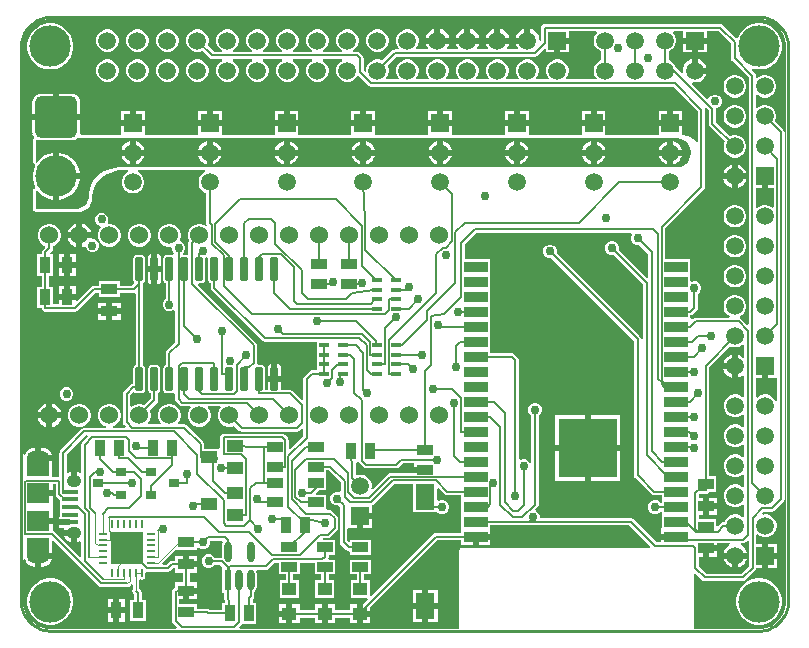
<source format=gtl>
G04*
G04 #@! TF.GenerationSoftware,Altium Limited,Altium Designer,21.3.2 (30)*
G04*
G04 Layer_Physical_Order=1*
G04 Layer_Color=255*
%FSLAX25Y25*%
%MOIN*%
G70*
G04*
G04 #@! TF.SameCoordinates,4FB7CEAD-E32D-458C-9978-29DB153300B6*
G04*
G04*
G04 #@! TF.FilePolarity,Positive*
G04*
G01*
G75*
%ADD11C,0.00787*%
%ADD14C,0.06024*%
%ADD18C,0.01000*%
%ADD19C,0.00394*%
%ADD20R,0.07480X0.07087*%
%ADD21R,0.05315X0.01575*%
%ADD22R,0.05512X0.03937*%
%ADD23R,0.05315X0.03347*%
%ADD24R,0.06299X0.08583*%
%ADD25R,0.06299X0.08661*%
%ADD26R,0.03740X0.05512*%
%ADD27R,0.07874X0.03543*%
%ADD28R,0.03543X0.01575*%
%ADD29R,0.05512X0.03740*%
%ADD30R,0.03347X0.05315*%
%ADD31R,0.03543X0.03150*%
%ADD32R,0.02425X0.06721*%
G04:AMPARAMS|DCode=33|XSize=67.21mil|YSize=24.25mil|CornerRadius=12.12mil|HoleSize=0mil|Usage=FLASHONLY|Rotation=90.000|XOffset=0mil|YOffset=0mil|HoleType=Round|Shape=RoundedRectangle|*
%AMROUNDEDRECTD33*
21,1,0.06721,0.00000,0,0,90.0*
21,1,0.04296,0.02425,0,0,90.0*
1,1,0.02425,0.00000,0.02148*
1,1,0.02425,0.00000,-0.02148*
1,1,0.02425,0.00000,-0.02148*
1,1,0.02425,0.00000,0.02148*
%
%ADD33ROUNDEDRECTD33*%
%ADD34R,0.04724X0.04331*%
%ADD35O,0.00787X0.03150*%
%ADD36O,0.03150X0.00787*%
%ADD37R,0.10551X0.10551*%
G04:AMPARAMS|DCode=38|XSize=78.74mil|YSize=23.62mil|CornerRadius=2.01mil|HoleSize=0mil|Usage=FLASHONLY|Rotation=90.000|XOffset=0mil|YOffset=0mil|HoleType=Round|Shape=RoundedRectangle|*
%AMROUNDEDRECTD38*
21,1,0.07874,0.01961,0,0,90.0*
21,1,0.07472,0.02362,0,0,90.0*
1,1,0.00402,0.00980,0.03736*
1,1,0.00402,0.00980,-0.03736*
1,1,0.00402,-0.00980,-0.03736*
1,1,0.00402,-0.00980,0.03736*
%
%ADD38ROUNDEDRECTD38*%
%ADD39R,0.07480X0.06201*%
%ADD40R,0.07480X0.06201*%
%ADD65R,0.19685X0.19685*%
%ADD66O,0.07480X0.04724*%
%ADD67O,0.04921X0.04134*%
%ADD68C,0.05906*%
G04:AMPARAMS|DCode=69|XSize=137.8mil|YSize=137.8mil|CornerRadius=17.22mil|HoleSize=0mil|Usage=FLASHONLY|Rotation=90.000|XOffset=0mil|YOffset=0mil|HoleType=Round|Shape=RoundedRectangle|*
%AMROUNDEDRECTD69*
21,1,0.13780,0.10335,0,0,90.0*
21,1,0.10335,0.13780,0,0,90.0*
1,1,0.03445,0.05167,0.05167*
1,1,0.03445,0.05167,-0.05167*
1,1,0.03445,-0.05167,-0.05167*
1,1,0.03445,-0.05167,0.05167*
%
%ADD69ROUNDEDRECTD69*%
%ADD70R,0.05906X0.05906*%
%ADD71R,0.05906X0.05906*%
%ADD72C,0.13780*%
%ADD73C,0.02953*%
%ADD74C,0.01968*%
G36*
X246811Y203922D02*
X248588Y203568D01*
X250262Y202875D01*
X251768Y201868D01*
X253049Y200587D01*
X254056Y199081D01*
X254749Y197407D01*
X255103Y195630D01*
X255103Y194724D01*
X255103Y10000D01*
X255103Y9094D01*
X254749Y7317D01*
X254056Y5644D01*
X253049Y4137D01*
X251768Y2856D01*
X250262Y1850D01*
X248588Y1156D01*
X246811Y803D01*
X245905Y803D01*
X224342D01*
Y19151D01*
X224804Y19342D01*
X227123Y17023D01*
X227123Y17023D01*
X227514Y16762D01*
X227975Y16671D01*
X240775D01*
X240775Y16671D01*
X241236Y16762D01*
X241626Y17023D01*
X244826Y20223D01*
X244826Y20223D01*
X245087Y20614D01*
X245179Y21075D01*
Y21166D01*
X247189D01*
Y25118D01*
Y29071D01*
X245179D01*
Y32132D01*
X245679Y32339D01*
X245893Y32125D01*
X246745Y31633D01*
X247697Y31378D01*
X248681D01*
X249633Y31633D01*
X250485Y32125D01*
X251182Y32822D01*
X251674Y33675D01*
X251929Y34626D01*
Y35611D01*
X251674Y36562D01*
X251182Y37415D01*
X250485Y38111D01*
X249633Y38603D01*
X248681Y38858D01*
X247697D01*
X247385Y38775D01*
X247126Y39223D01*
X247674Y39771D01*
X250375D01*
X250375Y39770D01*
X250836Y39862D01*
X251226Y40123D01*
X254226Y43123D01*
X254487Y43514D01*
X254579Y43975D01*
Y166232D01*
X254579Y166232D01*
X254487Y166692D01*
X254226Y167083D01*
X254226Y167083D01*
X251393Y169916D01*
X251517Y170131D01*
X251772Y171082D01*
Y172067D01*
X251517Y173018D01*
X251025Y173871D01*
X250328Y174568D01*
X249475Y175060D01*
X248524Y175315D01*
X247539D01*
X246588Y175060D01*
X245735Y174568D01*
X245541Y174373D01*
X245079Y174565D01*
Y178585D01*
X245541Y178776D01*
X245735Y178582D01*
X246588Y178089D01*
X247539Y177835D01*
X248524D01*
X249475Y178089D01*
X250328Y178582D01*
X251025Y179278D01*
X251517Y180131D01*
X251772Y181082D01*
Y182067D01*
X251517Y183018D01*
X251025Y183871D01*
X250328Y184568D01*
X249475Y185060D01*
X248524Y185315D01*
X247539D01*
X246588Y185060D01*
X245735Y184568D01*
X245541Y184373D01*
X245079Y184565D01*
Y185075D01*
X245079Y185075D01*
X244987Y185536D01*
X244726Y185926D01*
X243738Y186915D01*
X243850Y187475D01*
X243869Y187491D01*
X245307Y187205D01*
X246819D01*
X248302Y187500D01*
X249699Y188078D01*
X250957Y188919D01*
X252026Y189988D01*
X252866Y191245D01*
X253445Y192642D01*
X253740Y194126D01*
Y195638D01*
X253445Y197121D01*
X252866Y198518D01*
X252026Y199776D01*
X250957Y200845D01*
X249699Y201685D01*
X248302Y202264D01*
X246819Y202559D01*
X245307D01*
X243824Y202264D01*
X242426Y201685D01*
X241169Y200845D01*
X240100Y199776D01*
X239260Y198518D01*
X238897Y197643D01*
X238407Y197546D01*
X234026Y201926D01*
X233636Y202187D01*
X233175Y202279D01*
X233175Y202279D01*
X174675D01*
X174214Y202187D01*
X173823Y201926D01*
X173562Y201536D01*
X173471Y201075D01*
Y196845D01*
X173350Y196765D01*
X172850Y197032D01*
Y197371D01*
X172581Y198376D01*
X172061Y199277D01*
X171325Y200013D01*
X170423Y200534D01*
X169898Y200675D01*
Y196850D01*
X168898D01*
Y195850D01*
X165073D01*
X165214Y195325D01*
X165735Y194423D01*
X165817Y194341D01*
X165626Y193879D01*
X162170D01*
X161978Y194341D01*
X162061Y194423D01*
X162581Y195325D01*
X162722Y195850D01*
X158898D01*
X155073D01*
X155214Y195325D01*
X155735Y194423D01*
X155817Y194341D01*
X155626Y193879D01*
X152170D01*
X151978Y194341D01*
X152061Y194423D01*
X152581Y195325D01*
X152722Y195850D01*
X148898D01*
X145073D01*
X145214Y195325D01*
X145735Y194423D01*
X145817Y194341D01*
X145626Y193879D01*
X142170D01*
X141978Y194341D01*
X142061Y194423D01*
X142581Y195325D01*
X142722Y195850D01*
X138898D01*
X135073D01*
X135214Y195325D01*
X135735Y194423D01*
X135817Y194341D01*
X135626Y193879D01*
X131869D01*
X131677Y194341D01*
X131890Y194554D01*
X132383Y195407D01*
X132638Y196358D01*
Y197343D01*
X132383Y198294D01*
X131890Y199147D01*
X131194Y199843D01*
X130341Y200336D01*
X129390Y200591D01*
X128405D01*
X127454Y200336D01*
X126601Y199843D01*
X125905Y199147D01*
X125412Y198294D01*
X125157Y197343D01*
Y196358D01*
X125412Y195407D01*
X125905Y194554D01*
X126118Y194341D01*
X125926Y193879D01*
X124722D01*
X124722Y193879D01*
X124261Y193787D01*
X123871Y193526D01*
X123871Y193526D01*
X120556Y190212D01*
X120341Y190336D01*
X119390Y190591D01*
X118405D01*
X117454Y190336D01*
X116601Y189843D01*
X115905Y189147D01*
X115412Y188294D01*
X115157Y187343D01*
Y186702D01*
X114657Y186495D01*
X114279Y186874D01*
Y190975D01*
X114187Y191436D01*
X113926Y191826D01*
X113926Y191826D01*
X113026Y192726D01*
X112636Y192987D01*
X112175Y193079D01*
X112175Y193079D01*
X110846D01*
X110712Y193579D01*
X111194Y193858D01*
X111890Y194554D01*
X112383Y195407D01*
X112638Y196358D01*
Y197343D01*
X112383Y198294D01*
X111890Y199147D01*
X111194Y199843D01*
X110341Y200336D01*
X109390Y200591D01*
X108405D01*
X107454Y200336D01*
X106601Y199843D01*
X105905Y199147D01*
X105412Y198294D01*
X105157Y197343D01*
Y196358D01*
X105412Y195407D01*
X105905Y194554D01*
X106601Y193858D01*
X107083Y193579D01*
X106949Y193079D01*
X100846D01*
X100712Y193579D01*
X101194Y193858D01*
X101891Y194554D01*
X102383Y195407D01*
X102638Y196358D01*
Y197343D01*
X102383Y198294D01*
X101891Y199147D01*
X101194Y199843D01*
X100341Y200336D01*
X99390Y200591D01*
X98405D01*
X97454Y200336D01*
X96601Y199843D01*
X95905Y199147D01*
X95412Y198294D01*
X95157Y197343D01*
Y196358D01*
X95412Y195407D01*
X95905Y194554D01*
X96601Y193858D01*
X97083Y193579D01*
X96949Y193079D01*
X90846D01*
X90712Y193579D01*
X91194Y193858D01*
X91891Y194554D01*
X92383Y195407D01*
X92638Y196358D01*
Y197343D01*
X92383Y198294D01*
X91891Y199147D01*
X91194Y199843D01*
X90341Y200336D01*
X89390Y200591D01*
X88405D01*
X87454Y200336D01*
X86601Y199843D01*
X85905Y199147D01*
X85412Y198294D01*
X85157Y197343D01*
Y196358D01*
X85412Y195407D01*
X85905Y194554D01*
X86601Y193858D01*
X87084Y193579D01*
X86949Y193079D01*
X80846D01*
X80712Y193579D01*
X81194Y193858D01*
X81890Y194554D01*
X82383Y195407D01*
X82638Y196358D01*
Y197343D01*
X82383Y198294D01*
X81890Y199147D01*
X81194Y199843D01*
X80341Y200336D01*
X79390Y200591D01*
X78405D01*
X77454Y200336D01*
X76601Y199843D01*
X75905Y199147D01*
X75412Y198294D01*
X75157Y197343D01*
Y196358D01*
X75412Y195407D01*
X75905Y194554D01*
X76601Y193858D01*
X77083Y193579D01*
X76950Y193079D01*
X70846D01*
X70712Y193579D01*
X71194Y193858D01*
X71890Y194554D01*
X72383Y195407D01*
X72638Y196358D01*
Y197343D01*
X72383Y198294D01*
X71890Y199147D01*
X71194Y199843D01*
X70341Y200336D01*
X69390Y200591D01*
X68405D01*
X67454Y200336D01*
X66601Y199843D01*
X65905Y199147D01*
X65412Y198294D01*
X65157Y197343D01*
Y196358D01*
X65412Y195407D01*
X65905Y194554D01*
X66601Y193858D01*
X67084Y193579D01*
X66949Y193079D01*
X64372D01*
X62259Y195192D01*
X62383Y195407D01*
X62638Y196358D01*
Y197343D01*
X62383Y198294D01*
X61891Y199147D01*
X61194Y199843D01*
X60341Y200336D01*
X59390Y200591D01*
X58405D01*
X57454Y200336D01*
X56601Y199843D01*
X55905Y199147D01*
X55412Y198294D01*
X55157Y197343D01*
Y196358D01*
X55412Y195407D01*
X55905Y194554D01*
X56601Y193858D01*
X57454Y193365D01*
X58405Y193110D01*
X59390D01*
X60341Y193365D01*
X60556Y193489D01*
X63022Y191023D01*
X63412Y190762D01*
X63873Y190671D01*
X67034D01*
X67168Y190171D01*
X66601Y189843D01*
X65905Y189147D01*
X65412Y188294D01*
X65157Y187343D01*
Y186358D01*
X65412Y185407D01*
X65905Y184554D01*
X66601Y183858D01*
X67454Y183365D01*
X68405Y183110D01*
X69390D01*
X70341Y183365D01*
X71194Y183858D01*
X71890Y184554D01*
X72383Y185407D01*
X72638Y186358D01*
Y187343D01*
X72383Y188294D01*
X71890Y189147D01*
X71194Y189843D01*
X70627Y190171D01*
X70761Y190671D01*
X77034D01*
X77168Y190171D01*
X76601Y189843D01*
X75905Y189147D01*
X75412Y188294D01*
X75157Y187343D01*
Y186358D01*
X75412Y185407D01*
X75905Y184554D01*
X76601Y183858D01*
X77454Y183365D01*
X78405Y183110D01*
X79390D01*
X80341Y183365D01*
X81194Y183858D01*
X81890Y184554D01*
X82383Y185407D01*
X82638Y186358D01*
Y187343D01*
X82383Y188294D01*
X81890Y189147D01*
X81194Y189843D01*
X80627Y190171D01*
X80761Y190671D01*
X87034D01*
X87168Y190171D01*
X86601Y189843D01*
X85905Y189147D01*
X85412Y188294D01*
X85157Y187343D01*
Y186358D01*
X85412Y185407D01*
X85905Y184554D01*
X86601Y183858D01*
X87454Y183365D01*
X88405Y183110D01*
X89390D01*
X90341Y183365D01*
X91194Y183858D01*
X91891Y184554D01*
X92383Y185407D01*
X92638Y186358D01*
Y187343D01*
X92383Y188294D01*
X91891Y189147D01*
X91194Y189843D01*
X90627Y190171D01*
X90761Y190671D01*
X97034D01*
X97168Y190171D01*
X96601Y189843D01*
X95905Y189147D01*
X95412Y188294D01*
X95157Y187343D01*
Y186358D01*
X95412Y185407D01*
X95905Y184554D01*
X96601Y183858D01*
X97454Y183365D01*
X98405Y183110D01*
X99390D01*
X100341Y183365D01*
X101194Y183858D01*
X101891Y184554D01*
X102383Y185407D01*
X102638Y186358D01*
Y187343D01*
X102383Y188294D01*
X101891Y189147D01*
X101194Y189843D01*
X100627Y190171D01*
X100761Y190671D01*
X107034D01*
X107168Y190171D01*
X106601Y189843D01*
X105905Y189147D01*
X105412Y188294D01*
X105157Y187343D01*
Y186358D01*
X105412Y185407D01*
X105905Y184554D01*
X106601Y183858D01*
X107454Y183365D01*
X108405Y183110D01*
X109390D01*
X110341Y183365D01*
X111194Y183858D01*
X111890Y184554D01*
X112162Y185024D01*
X112657Y185089D01*
X115923Y181823D01*
X116314Y181562D01*
X116775Y181471D01*
X116775Y181471D01*
X217476D01*
X225671Y173276D01*
Y163109D01*
X225192Y162964D01*
X225037Y163195D01*
X224219Y164014D01*
X223256Y164657D01*
X222187Y165100D01*
X221051Y165326D01*
X220488Y165354D01*
Y168291D01*
X216535D01*
X212583D01*
Y165354D01*
X194898D01*
Y168291D01*
X190945D01*
X186992D01*
Y165354D01*
X169307D01*
Y168291D01*
X165354D01*
X161402D01*
Y165354D01*
X143717D01*
Y168291D01*
X139764D01*
X135811D01*
Y165354D01*
X118126D01*
Y168291D01*
X114173D01*
X110221D01*
Y165354D01*
X92535D01*
Y168291D01*
X88583D01*
X84630D01*
Y165354D01*
X66945D01*
Y168291D01*
X62992D01*
X59039D01*
Y165354D01*
X41354Y165354D01*
Y168291D01*
X37402D01*
X33449D01*
Y165354D01*
X20131D01*
X19693Y165854D01*
X19724Y166093D01*
Y170260D01*
X11811D01*
X3898D01*
Y166093D01*
X3929Y165854D01*
X3491Y165354D01*
X803D01*
Y194724D01*
Y195630D01*
X1156Y197407D01*
X1850Y199081D01*
X2856Y200587D01*
X4137Y201868D01*
X5644Y202875D01*
X7317Y203568D01*
X9094Y203922D01*
X10000Y203922D01*
X245905Y203922D01*
X246811Y203922D01*
D02*
G37*
G36*
X236771Y195776D02*
Y190975D01*
X236771Y190975D01*
X236862Y190514D01*
X237123Y190123D01*
X242671Y184576D01*
Y102235D01*
X242209Y102044D01*
X240126Y104126D01*
X239761Y104370D01*
X239723Y104530D01*
X239690Y104906D01*
X240328Y105275D01*
X241024Y105971D01*
X241517Y106824D01*
X241772Y107775D01*
Y108760D01*
X241517Y109711D01*
X241024Y110564D01*
X240328Y111261D01*
X239475Y111753D01*
X238524Y112008D01*
X237539D01*
X236588Y111753D01*
X235735Y111261D01*
X235039Y110564D01*
X234546Y109711D01*
X234291Y108760D01*
Y107775D01*
X234546Y106824D01*
X235039Y105971D01*
X235735Y105275D01*
X236248Y104979D01*
X236114Y104479D01*
X224954D01*
X224493Y104387D01*
X224102Y104126D01*
X224102Y104126D01*
X223903Y103927D01*
X223441Y104119D01*
Y104268D01*
X223228D01*
Y105302D01*
X223636Y105383D01*
X224026Y105645D01*
X225326Y106945D01*
X225326Y106945D01*
X225587Y107335D01*
X225679Y107796D01*
X225679Y107796D01*
Y112423D01*
X225757Y112456D01*
X226394Y113093D01*
X226739Y113925D01*
Y114825D01*
X226394Y115657D01*
X225757Y116294D01*
X224925Y116639D01*
X224025D01*
X223644Y116481D01*
X223228Y116759D01*
Y118937D01*
Y124055D01*
X214779D01*
Y134276D01*
X227726Y147223D01*
X227987Y147614D01*
X228079Y148075D01*
X228079Y148075D01*
Y173775D01*
X228003Y174159D01*
X228185Y174336D01*
X228415Y174454D01*
X229271Y173598D01*
Y169132D01*
X229271Y169132D01*
X229362Y168671D01*
X229623Y168280D01*
X234670Y163233D01*
X234546Y163018D01*
X234291Y162067D01*
Y161082D01*
X234546Y160131D01*
X235039Y159278D01*
X235735Y158582D01*
X236588Y158089D01*
X237539Y157835D01*
X238524D01*
X239475Y158089D01*
X240328Y158582D01*
X241024Y159278D01*
X241517Y160131D01*
X241772Y161082D01*
Y162067D01*
X241517Y163018D01*
X241024Y163871D01*
X240328Y164568D01*
X239475Y165060D01*
X238524Y165315D01*
X237539D01*
X236588Y165060D01*
X236373Y164936D01*
X231679Y169630D01*
Y174097D01*
X231679Y174097D01*
X231673Y174126D01*
X231825Y174311D01*
X232657Y174656D01*
X233294Y175293D01*
X233639Y176125D01*
Y177025D01*
X233294Y177857D01*
X232657Y178494D01*
X231825Y178839D01*
X230925D01*
X230093Y178494D01*
X229456Y177857D01*
X229324Y177539D01*
X228834Y177442D01*
X223782Y182493D01*
X224041Y182941D01*
X224204Y182898D01*
X225245D01*
X226250Y183167D01*
X227151Y183687D01*
X227887Y184423D01*
X228408Y185325D01*
X228549Y185850D01*
X224724D01*
Y186850D01*
X223724D01*
Y190675D01*
X223199Y190534D01*
X222297Y190013D01*
X221561Y189277D01*
X221041Y188376D01*
X220772Y187371D01*
Y186330D01*
X220815Y186167D01*
X220367Y185908D01*
X218573Y187702D01*
X218324Y187869D01*
X218210Y188294D01*
X217717Y189147D01*
X217021Y189843D01*
X216168Y190336D01*
X215929Y190400D01*
Y193301D01*
X216168Y193365D01*
X217021Y193858D01*
X217717Y194554D01*
X218210Y195407D01*
X218465Y196358D01*
Y197343D01*
X218210Y198294D01*
X217717Y199147D01*
X217494Y199371D01*
X217701Y199871D01*
X220772D01*
Y197850D01*
X224724D01*
X228677D01*
Y199871D01*
X232676D01*
X236771Y195776D01*
D02*
G37*
G36*
X191955Y199371D02*
X191732Y199147D01*
X191239Y198294D01*
X190984Y197343D01*
Y196358D01*
X191239Y195407D01*
X191732Y194554D01*
X192428Y193858D01*
X193281Y193365D01*
X193520Y193301D01*
Y190400D01*
X193281Y190336D01*
X192428Y189843D01*
X191732Y189147D01*
X191239Y188294D01*
X190984Y187343D01*
Y186358D01*
X191239Y185407D01*
X191732Y184554D01*
X191945Y184341D01*
X191753Y183879D01*
X181869D01*
X181677Y184341D01*
X181890Y184554D01*
X182383Y185407D01*
X182638Y186358D01*
Y187343D01*
X182383Y188294D01*
X181890Y189147D01*
X181194Y189843D01*
X180341Y190336D01*
X179390Y190591D01*
X178405D01*
X177454Y190336D01*
X176601Y189843D01*
X175905Y189147D01*
X175412Y188294D01*
X175157Y187343D01*
Y186358D01*
X175412Y185407D01*
X175905Y184554D01*
X176118Y184341D01*
X175926Y183879D01*
X171869D01*
X171677Y184341D01*
X171890Y184554D01*
X172383Y185407D01*
X172638Y186358D01*
Y187343D01*
X172383Y188294D01*
X171890Y189147D01*
X171194Y189843D01*
X170341Y190336D01*
X169390Y190591D01*
X168405D01*
X167454Y190336D01*
X166601Y189843D01*
X165905Y189147D01*
X165412Y188294D01*
X165157Y187343D01*
Y186358D01*
X165412Y185407D01*
X165905Y184554D01*
X166118Y184341D01*
X165926Y183879D01*
X161869D01*
X161678Y184341D01*
X161890Y184554D01*
X162383Y185407D01*
X162638Y186358D01*
Y187343D01*
X162383Y188294D01*
X161890Y189147D01*
X161194Y189843D01*
X160341Y190336D01*
X159390Y190591D01*
X158405D01*
X157454Y190336D01*
X156601Y189843D01*
X155905Y189147D01*
X155412Y188294D01*
X155157Y187343D01*
Y186358D01*
X155412Y185407D01*
X155905Y184554D01*
X156118Y184341D01*
X155926Y183879D01*
X151869D01*
X151678Y184341D01*
X151891Y184554D01*
X152383Y185407D01*
X152638Y186358D01*
Y187343D01*
X152383Y188294D01*
X151891Y189147D01*
X151194Y189843D01*
X150341Y190336D01*
X149390Y190591D01*
X148405D01*
X147454Y190336D01*
X146601Y189843D01*
X145905Y189147D01*
X145412Y188294D01*
X145157Y187343D01*
Y186358D01*
X145412Y185407D01*
X145905Y184554D01*
X146118Y184341D01*
X145926Y183879D01*
X141869D01*
X141677Y184341D01*
X141891Y184554D01*
X142383Y185407D01*
X142638Y186358D01*
Y187343D01*
X142383Y188294D01*
X141891Y189147D01*
X141194Y189843D01*
X140341Y190336D01*
X139390Y190591D01*
X138405D01*
X137454Y190336D01*
X136601Y189843D01*
X135905Y189147D01*
X135412Y188294D01*
X135157Y187343D01*
Y186358D01*
X135412Y185407D01*
X135905Y184554D01*
X136118Y184341D01*
X135926Y183879D01*
X131869D01*
X131677Y184341D01*
X131890Y184554D01*
X132383Y185407D01*
X132638Y186358D01*
Y187343D01*
X132383Y188294D01*
X131890Y189147D01*
X131194Y189843D01*
X130341Y190336D01*
X129390Y190591D01*
X128405D01*
X127454Y190336D01*
X126601Y189843D01*
X125905Y189147D01*
X125412Y188294D01*
X125157Y187343D01*
Y186358D01*
X125412Y185407D01*
X125905Y184554D01*
X126118Y184341D01*
X125926Y183879D01*
X121869D01*
X121677Y184341D01*
X121890Y184554D01*
X122383Y185407D01*
X122638Y186358D01*
Y187343D01*
X122383Y188294D01*
X122259Y188509D01*
X125221Y191471D01*
X171375D01*
X171375Y191471D01*
X171836Y191562D01*
X172226Y191823D01*
X174483Y194080D01*
X174945Y193888D01*
Y192898D01*
X177898D01*
Y196850D01*
X178898D01*
Y197850D01*
X182850D01*
Y199871D01*
X191748D01*
X191955Y199371D01*
D02*
G37*
G36*
X219939Y164181D02*
X220835Y163810D01*
X221641Y163271D01*
X222326Y162586D01*
X222865Y161780D01*
X223236Y160884D01*
X223425Y159933D01*
Y158964D01*
X223236Y158013D01*
X222865Y157118D01*
X222326Y156312D01*
X221641Y155626D01*
X220835Y155088D01*
X219939Y154717D01*
X218989Y154528D01*
X218504D01*
X32480Y154527D01*
X31516Y154480D01*
X29623Y154104D01*
X27841Y153365D01*
X26236Y152293D01*
X24872Y150929D01*
X23800Y149325D01*
X23062Y147542D01*
X22685Y145650D01*
X22638Y144685D01*
X22638D01*
X22638Y144297D01*
X22487Y143537D01*
X22190Y142820D01*
X21759Y142175D01*
X21211Y141627D01*
X20566Y141196D01*
X19849Y140899D01*
X19192Y140769D01*
X18701Y140748D01*
X18701Y140748D01*
X18701Y140748D01*
X4921D01*
Y146824D01*
X5400Y146969D01*
X5683Y146545D01*
X6782Y145446D01*
X8074Y144583D01*
X9510Y143988D01*
X10811Y143729D01*
Y151575D01*
Y159420D01*
X9510Y159161D01*
X8074Y158567D01*
X6782Y157703D01*
X5683Y156604D01*
X5400Y156181D01*
X4921Y156326D01*
Y163695D01*
X5362Y163930D01*
X5664Y163728D01*
X6644Y163533D01*
X16978D01*
X17958Y163728D01*
X18788Y164283D01*
X18846Y164370D01*
X218989D01*
X219939Y164181D01*
D02*
G37*
G36*
X249032Y147622D02*
X250971D01*
Y141271D01*
X250509Y141080D01*
X250328Y141261D01*
X249475Y141753D01*
X248524Y142008D01*
X247539D01*
X246588Y141753D01*
X245735Y141261D01*
X245541Y141067D01*
X245079Y141258D01*
Y147622D01*
X247032D01*
Y151575D01*
X249032D01*
Y147622D01*
D02*
G37*
G36*
X4003Y165354D02*
X4266Y164719D01*
X4354Y164262D01*
X4331Y164229D01*
X4301Y164204D01*
X4245Y164100D01*
X4180Y164002D01*
X4172Y163963D01*
X4153Y163927D01*
X4141Y163810D01*
X4118Y163695D01*
Y156326D01*
X4126Y156287D01*
X4122Y156247D01*
X4157Y156134D01*
X4180Y156019D01*
X4202Y155986D01*
X4213Y155948D01*
X4288Y155856D01*
X4354Y155758D01*
X4387Y155736D01*
X4412Y155705D01*
X4516Y155650D01*
X4614Y155584D01*
X4653Y155577D01*
X4688Y155558D01*
X4810Y155521D01*
Y154734D01*
X4429Y153814D01*
X4134Y152331D01*
Y150819D01*
X4429Y149335D01*
X4810Y148416D01*
Y147629D01*
X4688Y147592D01*
X4653Y147573D01*
X4614Y147565D01*
X4516Y147500D01*
X4412Y147444D01*
X4387Y147413D01*
X4354Y147391D01*
X4288Y147293D01*
X4213Y147202D01*
X4202Y147164D01*
X4180Y147131D01*
X4157Y147015D01*
X4122Y146902D01*
X4126Y146863D01*
X4118Y146824D01*
Y140748D01*
X4180Y140441D01*
X4354Y140180D01*
X4614Y140006D01*
X4810Y139967D01*
Y139817D01*
X19207Y139766D01*
X19685Y139764D01*
X19685Y139764D01*
X19685Y139764D01*
X19685Y139764D01*
X20071Y139783D01*
X20177Y139804D01*
X20828Y139933D01*
X21541Y140229D01*
X22183Y140657D01*
X22729Y141203D01*
X23157Y141845D01*
X23453Y142558D01*
X23582Y143208D01*
X23587Y143233D01*
X23587Y143233D01*
X23603Y143315D01*
X23622Y143700D01*
X23622Y143700D01*
X23622Y143701D01*
X23622Y143701D01*
X23622Y144162D01*
X23622Y144670D01*
X24000Y146572D01*
X24742Y148363D01*
X25819Y149975D01*
X27190Y151346D01*
X28802Y152423D01*
X30593Y153165D01*
X32495Y153543D01*
X33465Y153543D01*
X35788D01*
X35859Y153355D01*
X35874Y153043D01*
X35105Y152599D01*
X34409Y151903D01*
X33916Y151050D01*
X33661Y150099D01*
Y149114D01*
X33916Y148163D01*
X34409Y147310D01*
X35105Y146614D01*
X35958Y146121D01*
X36909Y145866D01*
X37894D01*
X38845Y146121D01*
X39698Y146614D01*
X40394Y147310D01*
X40887Y148163D01*
X41142Y149114D01*
Y150099D01*
X40887Y151050D01*
X40394Y151903D01*
X39698Y152599D01*
X38929Y153043D01*
X38945Y153355D01*
X39015Y153543D01*
X61378D01*
X61449Y153355D01*
X61465Y153043D01*
X60696Y152599D01*
X59999Y151903D01*
X59507Y151050D01*
X59252Y150099D01*
Y149114D01*
X59507Y148163D01*
X59999Y147310D01*
X60696Y146614D01*
X61549Y146121D01*
X61788Y146057D01*
Y136175D01*
X61788Y136175D01*
X61880Y135714D01*
X62141Y135323D01*
X61786Y134973D01*
X60994Y135430D01*
X60028Y135689D01*
X59027D01*
X58061Y135430D01*
X57195Y134930D01*
X56488Y134223D01*
X55987Y133356D01*
X55728Y132390D01*
Y131390D01*
X55987Y130423D01*
X56138Y130162D01*
X55962Y129898D01*
X55871Y129437D01*
X55871Y129437D01*
Y125727D01*
X55488Y125413D01*
X54222D01*
X54014Y125913D01*
X54494Y126392D01*
X54839Y127225D01*
Y128125D01*
X54494Y128957D01*
X53857Y129594D01*
X53300Y129825D01*
X53055Y130401D01*
X53068Y130423D01*
X53327Y131390D01*
Y132390D01*
X53068Y133356D01*
X52568Y134223D01*
X51860Y134930D01*
X50994Y135430D01*
X50028Y135689D01*
X49027D01*
X48061Y135430D01*
X47195Y134930D01*
X46488Y134223D01*
X45987Y133356D01*
X45728Y132390D01*
Y131390D01*
X45987Y130423D01*
X46488Y129557D01*
X47195Y128850D01*
X48061Y128349D01*
X49027Y128091D01*
X50028D01*
X50311Y127649D01*
Y127225D01*
X50656Y126392D01*
X51048Y126000D01*
X51022Y125793D01*
X50488Y125413D01*
X48528D01*
X48142Y125336D01*
X47815Y125118D01*
X47597Y124791D01*
X47520Y124405D01*
Y116933D01*
X47597Y116547D01*
X47815Y116220D01*
X48142Y116002D01*
X48304Y115970D01*
Y110760D01*
X48226Y110728D01*
X47589Y110091D01*
X47244Y109259D01*
Y108359D01*
X47589Y107527D01*
X48226Y106890D01*
X49057Y106545D01*
X49958D01*
X50790Y106890D01*
X50909Y107008D01*
X51371Y106817D01*
Y96274D01*
X48656Y93559D01*
X48395Y93169D01*
X48304Y92708D01*
X48304Y92708D01*
Y88754D01*
X48142Y88722D01*
X47815Y88504D01*
X47597Y88177D01*
X47520Y87791D01*
Y80319D01*
X47597Y79933D01*
X47815Y79606D01*
X48142Y79388D01*
X48528Y79311D01*
X50488D01*
X50874Y79388D01*
X51371Y79119D01*
Y77475D01*
X51371Y77475D01*
X51462Y77014D01*
X51723Y76623D01*
X53023Y75323D01*
X53023Y75323D01*
X53414Y75062D01*
X53875Y74971D01*
X53875Y74971D01*
X56528D01*
X56735Y74471D01*
X56488Y74223D01*
X55987Y73356D01*
X55728Y72390D01*
Y71390D01*
X55987Y70423D01*
X56488Y69557D01*
X57195Y68850D01*
X58061Y68349D01*
X59027Y68091D01*
X60028D01*
X60994Y68349D01*
X61860Y68850D01*
X62568Y69557D01*
X63068Y70423D01*
X63327Y71390D01*
Y72390D01*
X63068Y73356D01*
X62568Y74223D01*
X62320Y74471D01*
X62527Y74971D01*
X66528D01*
X66736Y74471D01*
X66487Y74223D01*
X65987Y73356D01*
X65728Y72390D01*
Y71390D01*
X65987Y70423D01*
X66487Y69557D01*
X67195Y68850D01*
X68061Y68349D01*
X69027Y68091D01*
X70028D01*
X70994Y68349D01*
X71229Y68485D01*
X72891Y66823D01*
X73282Y66562D01*
X73743Y66471D01*
X73743Y66471D01*
X91975D01*
X91975Y66471D01*
X92436Y66562D01*
X92826Y66823D01*
X93609Y67606D01*
X94071Y67414D01*
Y64974D01*
X89741Y60644D01*
X89279Y60835D01*
Y63675D01*
X89187Y64136D01*
X88926Y64526D01*
X88926Y64526D01*
X88026Y65426D01*
X87636Y65687D01*
X87175Y65779D01*
X87175Y65779D01*
X67675D01*
X67214Y65687D01*
X66823Y65426D01*
X66562Y65036D01*
X66471Y64575D01*
Y61190D01*
X66142Y60827D01*
X61118D01*
Y62235D01*
X61027Y62696D01*
X60766Y63087D01*
X60766Y63087D01*
X55326Y68526D01*
X54936Y68787D01*
X54475Y68879D01*
X54475Y68879D01*
X52543D01*
X52352Y69341D01*
X52568Y69557D01*
X53068Y70423D01*
X53327Y71390D01*
Y72390D01*
X53068Y73356D01*
X52568Y74223D01*
X51860Y74930D01*
X50994Y75430D01*
X50028Y75689D01*
X49027D01*
X48061Y75430D01*
X47195Y74930D01*
X46488Y74223D01*
X45987Y73356D01*
X45728Y72390D01*
Y71390D01*
X45987Y70423D01*
X46488Y69557D01*
X46703Y69341D01*
X46512Y68879D01*
X42543D01*
X42352Y69341D01*
X42568Y69557D01*
X43068Y70423D01*
X43327Y71390D01*
Y72390D01*
X43068Y73356D01*
X42932Y73591D01*
X45359Y76018D01*
X45359Y76019D01*
X45620Y76409D01*
X45712Y76870D01*
X45712Y76870D01*
Y79356D01*
X45874Y79388D01*
X46201Y79606D01*
X46419Y79933D01*
X46496Y80319D01*
Y87791D01*
X46419Y88177D01*
X46201Y88504D01*
X45874Y88722D01*
X45488Y88799D01*
X43527D01*
X43142Y88722D01*
X42815Y88504D01*
X42597Y88177D01*
X42520Y87791D01*
Y80319D01*
X42597Y79933D01*
X42815Y79606D01*
X43142Y79388D01*
X43304Y79356D01*
Y77369D01*
X41229Y75294D01*
X40994Y75430D01*
X40028Y75689D01*
X39027D01*
X38061Y75430D01*
X37195Y74930D01*
X36979Y74714D01*
X36479Y74921D01*
Y78676D01*
X37446Y79643D01*
X37815Y79606D01*
X38142Y79388D01*
X38528Y79311D01*
X40488D01*
X40874Y79388D01*
X41201Y79606D01*
X41419Y79933D01*
X41496Y80319D01*
Y87791D01*
X41419Y88177D01*
X41201Y88504D01*
X40874Y88722D01*
X40712Y88754D01*
Y115970D01*
X40874Y116002D01*
X41201Y116220D01*
X41419Y116547D01*
X41496Y116933D01*
Y124405D01*
X41419Y124791D01*
X41201Y125118D01*
X40874Y125336D01*
X40488Y125413D01*
X38528D01*
X38142Y125336D01*
X37815Y125118D01*
X37597Y124791D01*
X37520Y124405D01*
Y116933D01*
X37597Y116547D01*
X37815Y116220D01*
X37851Y115857D01*
X37076Y115082D01*
X33071D01*
Y116535D01*
X25984D01*
Y115082D01*
X24278D01*
X24278Y115082D01*
X23817Y114991D01*
X23426Y114729D01*
X18785Y110088D01*
X18465Y110220D01*
X12583D01*
Y108879D01*
X10827D01*
Y114764D01*
X9373D01*
Y118504D01*
X10827D01*
Y125591D01*
X9895D01*
X9688Y126091D01*
X10379Y126782D01*
X10379Y126782D01*
X10640Y127172D01*
X10732Y127633D01*
X10732Y127633D01*
Y128279D01*
X10994Y128349D01*
X11860Y128850D01*
X12568Y129557D01*
X13068Y130423D01*
X13327Y131390D01*
Y132390D01*
X13068Y133356D01*
X12568Y134223D01*
X11860Y134930D01*
X10994Y135430D01*
X10028Y135689D01*
X9027D01*
X8061Y135430D01*
X7195Y134930D01*
X6487Y134223D01*
X5987Y133356D01*
X5728Y132390D01*
Y131390D01*
X5987Y130423D01*
X6487Y129557D01*
X7195Y128850D01*
X7917Y128433D01*
X8040Y127998D01*
X8031Y127840D01*
X7318Y127126D01*
X7057Y126736D01*
X6965Y126275D01*
X6965Y126275D01*
Y125591D01*
X5512D01*
Y118504D01*
X6965D01*
Y114764D01*
X5512D01*
Y107677D01*
X6965D01*
Y107675D01*
X7057Y107214D01*
X7318Y106823D01*
X7708Y106562D01*
X8169Y106471D01*
X18075D01*
X18075Y106471D01*
X18536Y106562D01*
X18926Y106823D01*
X24777Y112674D01*
X25984D01*
Y111221D01*
X33071D01*
Y112674D01*
X37575D01*
X37575Y112674D01*
X37804Y112719D01*
X38304Y112389D01*
Y88754D01*
X38142Y88722D01*
X37815Y88504D01*
X37597Y88177D01*
X37520Y87791D01*
Y82938D01*
X37375Y82479D01*
X36914Y82387D01*
X36523Y82126D01*
X34423Y80026D01*
X34162Y79636D01*
X34071Y79175D01*
X34071Y79175D01*
Y69575D01*
X34071Y69575D01*
X34162Y69114D01*
X34423Y68723D01*
X34943Y68204D01*
X34752Y67742D01*
X30657D01*
X30591Y68242D01*
X30994Y68349D01*
X31860Y68850D01*
X32568Y69557D01*
X33068Y70423D01*
X33327Y71390D01*
Y72390D01*
X33068Y73356D01*
X32568Y74223D01*
X31860Y74930D01*
X30994Y75430D01*
X30028Y75689D01*
X29027D01*
X28061Y75430D01*
X27195Y74930D01*
X26487Y74223D01*
X25987Y73356D01*
X25728Y72390D01*
Y71390D01*
X25987Y70423D01*
X26487Y69557D01*
X27195Y68850D01*
X28061Y68349D01*
X28464Y68242D01*
X28398Y67742D01*
X21238D01*
X21237Y67742D01*
X20777Y67650D01*
X20386Y67389D01*
X20386Y67389D01*
X13223Y60226D01*
X12962Y59836D01*
X12871Y59375D01*
X12871Y59375D01*
Y51782D01*
X12371Y51372D01*
X12334Y51379D01*
X12334Y51379D01*
X10610D01*
X10449Y51575D01*
Y56631D01*
X10509Y56776D01*
X5906D01*
Y57776D01*
X4906D01*
Y61167D01*
X4528D01*
X3650Y61051D01*
X2832Y60712D01*
X2130Y60174D01*
X1591Y59471D01*
X1303Y58776D01*
X803Y58875D01*
Y165354D01*
X4003D01*
D02*
G37*
G36*
X203620Y132171D02*
X203311Y131425D01*
Y130525D01*
X203656Y129692D01*
X204292Y129056D01*
X205124Y128711D01*
X206025D01*
X206103Y128743D01*
X209071Y125776D01*
Y118035D01*
X208609Y117844D01*
X199306Y127146D01*
X199339Y127225D01*
Y128125D01*
X198994Y128957D01*
X198357Y129594D01*
X197525Y129939D01*
X196625D01*
X195792Y129594D01*
X195156Y128957D01*
X194811Y128125D01*
Y127225D01*
X195156Y126392D01*
X195792Y125756D01*
X196625Y125411D01*
X197525D01*
X197603Y125443D01*
X207371Y115676D01*
Y97295D01*
X206879Y97275D01*
X206879Y97275D01*
X206787Y97736D01*
X206526Y98126D01*
X206526Y98126D01*
X178606Y126046D01*
X178639Y126125D01*
Y127025D01*
X178294Y127857D01*
X177657Y128494D01*
X176825Y128839D01*
X175925D01*
X175092Y128494D01*
X174456Y127857D01*
X174111Y127025D01*
Y126125D01*
X174456Y125293D01*
X175092Y124656D01*
X175925Y124311D01*
X176825D01*
X176903Y124343D01*
X204471Y96776D01*
Y51975D01*
X204471Y51975D01*
X204562Y51514D01*
X204823Y51123D01*
X210302Y45645D01*
X210302Y45645D01*
X210693Y45383D01*
X211154Y45292D01*
X213780D01*
Y42872D01*
X213280Y42772D01*
X212757Y43294D01*
X211925Y43639D01*
X211024D01*
X210192Y43294D01*
X209556Y42657D01*
X209211Y41825D01*
Y40925D01*
X209556Y40093D01*
X210192Y39456D01*
X211024Y39111D01*
X211925D01*
X212757Y39456D01*
X213280Y39978D01*
X213780Y39816D01*
Y34268D01*
X213567D01*
Y32496D01*
X218504D01*
Y30496D01*
X213567D01*
Y29579D01*
X211974D01*
X204205Y37347D01*
X203814Y37609D01*
X203354Y37700D01*
X203354Y37700D01*
X173039D01*
Y38325D01*
X172694Y39157D01*
X172057Y39794D01*
X171666Y39956D01*
X171549Y40546D01*
X172226Y41223D01*
X172226Y41223D01*
X172487Y41614D01*
X172579Y42075D01*
X172579Y42075D01*
Y71823D01*
X172657Y71856D01*
X173294Y72492D01*
X173639Y73325D01*
Y74225D01*
X173294Y75057D01*
X172657Y75694D01*
X171825Y76039D01*
X170924D01*
X170092Y75694D01*
X169456Y75057D01*
X169111Y74225D01*
Y73325D01*
X169456Y72492D01*
X170092Y71856D01*
X170171Y71823D01*
Y56030D01*
X169671Y55931D01*
X169494Y56357D01*
X168857Y56994D01*
X168025Y57339D01*
X167124D01*
X166579Y57113D01*
X166079Y57434D01*
Y90196D01*
X166079Y90196D01*
X165987Y90657D01*
X165726Y91048D01*
X165726Y91048D01*
X164426Y92348D01*
X164036Y92609D01*
X163575Y92700D01*
X163575Y92700D01*
X156299D01*
Y98937D01*
Y103937D01*
Y108937D01*
Y113937D01*
Y118937D01*
Y124055D01*
X148079D01*
Y128976D01*
X151774Y132671D01*
X203416D01*
X203620Y132171D01*
D02*
G37*
G36*
X241171Y95410D02*
Y91372D01*
X240709Y91181D01*
X240459Y91431D01*
X239557Y91951D01*
X239032Y92092D01*
Y88268D01*
Y84444D01*
X239557Y84584D01*
X240459Y85105D01*
X240709Y85355D01*
X241171Y85163D01*
Y78079D01*
X240709Y77888D01*
X240486Y78111D01*
X239633Y78604D01*
X238681Y78858D01*
X237697D01*
X236745Y78604D01*
X235893Y78111D01*
X235196Y77415D01*
X234704Y76562D01*
X234449Y75611D01*
Y74626D01*
X234704Y73675D01*
X235196Y72822D01*
X235893Y72125D01*
X236745Y71633D01*
X237697Y71378D01*
X238681D01*
X239633Y71633D01*
X240486Y72125D01*
X240709Y72348D01*
X241171Y72157D01*
Y68079D01*
X240709Y67888D01*
X240486Y68111D01*
X239633Y68603D01*
X238681Y68858D01*
X237697D01*
X236745Y68603D01*
X235893Y68111D01*
X235196Y67415D01*
X234704Y66562D01*
X234449Y65611D01*
Y64626D01*
X234704Y63675D01*
X235196Y62822D01*
X235893Y62125D01*
X236745Y61633D01*
X237697Y61378D01*
X238681D01*
X239633Y61633D01*
X240486Y62125D01*
X240709Y62349D01*
X241171Y62157D01*
Y58079D01*
X240709Y57888D01*
X240486Y58111D01*
X239633Y58604D01*
X238681Y58858D01*
X237697D01*
X236745Y58604D01*
X235893Y58111D01*
X235196Y57415D01*
X234704Y56562D01*
X234449Y55611D01*
Y54626D01*
X234704Y53675D01*
X235196Y52822D01*
X235893Y52125D01*
X236745Y51633D01*
X237697Y51378D01*
X238681D01*
X239633Y51633D01*
X240486Y52125D01*
X240709Y52349D01*
X241171Y52157D01*
Y48079D01*
X240709Y47888D01*
X240486Y48111D01*
X239633Y48603D01*
X238681Y48858D01*
X237697D01*
X236745Y48603D01*
X235893Y48111D01*
X235196Y47415D01*
X234704Y46562D01*
X234449Y45611D01*
Y44626D01*
X234704Y43675D01*
X235196Y42822D01*
X235893Y42125D01*
X236745Y41633D01*
X237697Y41378D01*
X238681D01*
X239633Y41633D01*
X240486Y42125D01*
X240709Y42349D01*
X241171Y42157D01*
Y38079D01*
X240709Y37888D01*
X240486Y38111D01*
X239633Y38603D01*
X238681Y38858D01*
X237697D01*
X236745Y38603D01*
X235893Y38111D01*
X235196Y37415D01*
X234704Y36562D01*
X234640Y36322D01*
X234224D01*
X234224Y36322D01*
X233763Y36231D01*
X233372Y35970D01*
X232352Y34949D01*
X231890Y35141D01*
Y37500D01*
X225979D01*
Y38764D01*
X227347D01*
Y41634D01*
Y44504D01*
X225979D01*
Y45650D01*
X226074Y45745D01*
X228347D01*
X228807Y45836D01*
X229198Y46097D01*
X229307Y46260D01*
X231890D01*
Y51575D01*
X229479D01*
Y88012D01*
X236373Y94907D01*
X236588Y94783D01*
X237539Y94528D01*
X238524D01*
X239475Y94783D01*
X240328Y95275D01*
X240671Y95617D01*
X241171Y95410D01*
D02*
G37*
G36*
X249032Y84315D02*
X251984D01*
X252171Y83892D01*
Y76641D01*
X251674Y76562D01*
X251182Y77415D01*
X250485Y78111D01*
X249633Y78604D01*
X248681Y78858D01*
X247697D01*
X246745Y78604D01*
X245893Y78111D01*
X245579Y77798D01*
X245079Y78005D01*
Y84315D01*
X247032D01*
Y88268D01*
X249032D01*
Y84315D01*
D02*
G37*
G36*
X62530Y124455D02*
X62520Y124405D01*
Y116933D01*
X62597Y116547D01*
X62815Y116220D01*
X63142Y116002D01*
X63304Y115970D01*
Y114442D01*
X63304Y114442D01*
X63395Y113981D01*
X63656Y113590D01*
X80423Y96823D01*
X80814Y96562D01*
X81275Y96471D01*
X81275Y96471D01*
X98622D01*
Y93701D01*
Y90551D01*
Y87031D01*
X97127D01*
X96666Y86939D01*
X96275Y86678D01*
X96275Y86678D01*
X94423Y84826D01*
X94162Y84436D01*
X94071Y83975D01*
X94071Y83975D01*
Y77235D01*
X93609Y77044D01*
X90526Y80126D01*
X90136Y80387D01*
X89675Y80479D01*
X89675Y80479D01*
X86712D01*
Y83055D01*
X84508D01*
X82303D01*
Y80479D01*
X81496D01*
Y87791D01*
X81419Y88177D01*
X81201Y88504D01*
X80874Y88722D01*
X80488Y88799D01*
X79099D01*
X78744Y89299D01*
X78779Y89475D01*
X78779Y89475D01*
Y95275D01*
X78779Y95275D01*
X78687Y95736D01*
X78426Y96126D01*
X78426Y96126D01*
X59089Y115463D01*
X59281Y115925D01*
X60488D01*
X60874Y116002D01*
X61201Y116220D01*
X61419Y116547D01*
X61496Y116933D01*
Y124405D01*
X61493Y124417D01*
X61990Y124623D01*
X62069Y124702D01*
X62530Y124455D01*
D02*
G37*
G36*
X22124Y65270D02*
X22306Y64809D01*
X20523Y63026D01*
X20262Y62636D01*
X20171Y62175D01*
X20171Y62175D01*
Y52948D01*
X19722Y52727D01*
X19657Y52777D01*
X18911Y53086D01*
X18717Y53112D01*
Y50098D01*
X16717D01*
Y53112D01*
X16522Y53086D01*
X15776Y52777D01*
X15728Y52740D01*
X15279Y52961D01*
Y58876D01*
X21715Y65312D01*
X22124Y65270D01*
D02*
G37*
G36*
X112523Y56455D02*
X112721Y56227D01*
X112923Y55923D01*
X114223Y54623D01*
X114223Y54623D01*
X114614Y54362D01*
X115075Y54271D01*
X115075Y54271D01*
X125175D01*
X125175Y54271D01*
X125636Y54362D01*
X126026Y54623D01*
X127274Y55871D01*
X131185D01*
Y54839D01*
X134842D01*
Y52839D01*
X131185D01*
Y52626D01*
X123145D01*
X123145Y52626D01*
X122684Y52534D01*
X122293Y52273D01*
X117276Y47256D01*
X116828Y47515D01*
X116929Y47893D01*
Y48878D01*
X116674Y49829D01*
X116182Y50682D01*
X115486Y51379D01*
X114633Y51871D01*
X113681Y52126D01*
X112697D01*
X112131Y51974D01*
X111631Y52358D01*
Y56135D01*
X111957Y56468D01*
X112523Y56455D01*
D02*
G37*
G36*
X106713Y49581D02*
Y46612D01*
X106213Y46278D01*
X105825Y46439D01*
X104924D01*
X104093Y46094D01*
X103456Y45457D01*
X103111Y44625D01*
Y43725D01*
X103456Y42893D01*
X104093Y42256D01*
X104924Y41911D01*
X105825D01*
X105903Y41943D01*
X106471Y41376D01*
Y29575D01*
X106471Y29575D01*
X106562Y29114D01*
X106823Y28723D01*
X108544Y27003D01*
X108544Y27003D01*
X108935Y26742D01*
X109395Y26650D01*
X109744Y26327D01*
Y25394D01*
X116634D01*
Y30315D01*
X109744D01*
Y29862D01*
X109282Y29671D01*
X108879Y30074D01*
Y34088D01*
X109236Y34433D01*
X112189D01*
Y38386D01*
X113189D01*
Y39386D01*
X117142D01*
Y41975D01*
X117275Y42002D01*
X117666Y42263D01*
X124483Y49080D01*
X130906D01*
Y39587D01*
X138780D01*
X138780Y39587D01*
X139092Y39456D01*
X139093Y39456D01*
X139925Y39111D01*
X140825D01*
X141657Y39456D01*
X142294Y40093D01*
X142639Y40925D01*
Y41825D01*
X142294Y42657D01*
X141657Y43294D01*
X140825Y43639D01*
X139925D01*
X139280Y43371D01*
X138780Y43634D01*
Y47414D01*
X139242Y47605D01*
X141202Y45645D01*
X141202Y45645D01*
X141593Y45383D01*
X142054Y45292D01*
X146850D01*
Y43937D01*
Y38937D01*
Y34268D01*
X146638D01*
Y32700D01*
X138375D01*
X137914Y32609D01*
X137523Y32348D01*
X116800Y11625D01*
X116339Y11816D01*
Y16929D01*
X114393D01*
Y18898D01*
X116634D01*
Y23819D01*
X109744D01*
Y18898D01*
X111985D01*
Y16929D01*
X110039D01*
Y11024D01*
X115546D01*
X115737Y10562D01*
X114189Y9013D01*
Y6709D01*
X116551D01*
Y7969D01*
X138874Y30292D01*
X146638D01*
Y28724D01*
X150575D01*
Y31496D01*
X151575D01*
Y32496D01*
X156512D01*
Y34268D01*
X156299D01*
Y35292D01*
X169396D01*
X169396Y35292D01*
X169396Y35292D01*
X202855D01*
X209874Y28273D01*
X209682Y27811D01*
X147039D01*
X146732Y27750D01*
X146472Y27576D01*
X146298Y27315D01*
X146237Y27008D01*
Y803D01*
X72959Y803D01*
X72768Y1265D01*
X73686Y2183D01*
X73872Y2461D01*
X78543D01*
Y9351D01*
X77287D01*
Y10576D01*
X77426Y10715D01*
X77426Y10716D01*
X77687Y11106D01*
X77779Y11567D01*
X77779Y11567D01*
Y13179D01*
X78017Y13337D01*
X78458Y13999D01*
X78614Y14779D01*
Y19075D01*
X78458Y19855D01*
X78409Y19930D01*
X78645Y20371D01*
X81675D01*
X81675Y20371D01*
X82136Y20462D01*
X82526Y20723D01*
X84474Y22671D01*
X86122D01*
Y18898D01*
X88363D01*
Y16929D01*
X86417D01*
Y11024D01*
X92717D01*
Y16929D01*
X90771D01*
Y18898D01*
X93012D01*
Y22671D01*
X97933D01*
Y18898D01*
X100174D01*
Y16929D01*
X98228D01*
Y11024D01*
X104528D01*
Y16929D01*
X102582D01*
Y18898D01*
X104823D01*
Y23819D01*
X102761D01*
X102491Y24314D01*
X102582Y24775D01*
Y25394D01*
X104823D01*
Y30315D01*
X100912D01*
X100645Y30815D01*
X100682Y30871D01*
X102275D01*
X102275Y30871D01*
X102736Y30962D01*
X103126Y31223D01*
X105426Y33523D01*
X105687Y33914D01*
X105779Y34375D01*
Y37575D01*
X105687Y38036D01*
X105426Y38426D01*
X103826Y40026D01*
X103436Y40287D01*
X102975Y40379D01*
X102975Y40379D01*
X102299D01*
X101870Y40551D01*
Y45472D01*
X98529D01*
X98337Y45934D01*
X99277Y46874D01*
X99277Y46874D01*
X99393Y47047D01*
X101870D01*
Y51969D01*
X101870D01*
Y52362D01*
X101870D01*
Y53619D01*
X102676D01*
X106713Y49581D01*
D02*
G37*
G36*
X242771Y30114D02*
Y21574D01*
X240276Y19079D01*
X228474D01*
X225979Y21574D01*
Y24689D01*
X227346D01*
Y27559D01*
X228346D01*
Y28559D01*
X232102D01*
Y29271D01*
X236311D01*
X236357Y29202D01*
X236201Y28534D01*
X235762Y28281D01*
X235026Y27545D01*
X234506Y26644D01*
X234365Y26118D01*
X238189D01*
X242013D01*
X241872Y26644D01*
X241352Y27545D01*
X240616Y28281D01*
X240177Y28534D01*
X240021Y29202D01*
X240067Y29271D01*
X240775D01*
X240775Y29270D01*
X241236Y29362D01*
X241626Y29623D01*
X242309Y30306D01*
X242771Y30114D01*
D02*
G37*
G36*
X67339Y29500D02*
X67211Y29309D01*
X67056Y28528D01*
Y24529D01*
X66994Y24479D01*
X66994Y24479D01*
X64526D01*
X64494Y24557D01*
X63857Y25194D01*
X63025Y25539D01*
X62125D01*
X61292Y25194D01*
X60656Y24557D01*
X60311Y23725D01*
Y22825D01*
X60656Y21993D01*
X61292Y21356D01*
X62125Y21011D01*
X63025D01*
X63857Y21356D01*
X64494Y21993D01*
X64526Y22071D01*
X66496D01*
X67211Y21355D01*
X67095Y21075D01*
X67095D01*
Y12779D01*
X67890D01*
Y11567D01*
X67901Y11515D01*
X67895Y11463D01*
X68046Y9719D01*
X67708Y9351D01*
X67126D01*
Y7110D01*
X62940D01*
X62636Y7313D01*
X62175Y7405D01*
X62175Y7405D01*
X58662D01*
Y8858D01*
X52779D01*
Y10614D01*
X54118D01*
Y13484D01*
X55118D01*
Y14484D01*
X58874D01*
Y16354D01*
X56322D01*
Y19374D01*
X58874D01*
Y21244D01*
X55118D01*
Y22244D01*
X54118D01*
Y25114D01*
X51362D01*
Y23448D01*
X50275D01*
X49814Y23357D01*
X49423Y23096D01*
X49423Y23096D01*
X48507Y22179D01*
X47388D01*
X47197Y22641D01*
X51182Y26626D01*
X51575Y26870D01*
Y26870D01*
X51575Y26870D01*
X58662D01*
Y27732D01*
X59162Y27939D01*
X59492Y27608D01*
X60325Y27264D01*
X61225D01*
X62057Y27608D01*
X62694Y28245D01*
X63039Y29077D01*
Y29978D01*
X63054Y30000D01*
X67071D01*
X67339Y29500D01*
D02*
G37*
G36*
X11591Y45602D02*
X11591Y45602D01*
X11683Y45141D01*
X11944Y44750D01*
X12620Y44074D01*
X12620Y44074D01*
X12992Y43825D01*
Y42323D01*
Y38008D01*
X12779D01*
Y37220D01*
X12992D01*
Y37205D01*
X16437D01*
Y35220D01*
X12779D01*
Y34433D01*
X14298D01*
X14564Y33933D01*
X14417Y33579D01*
X17717D01*
Y32579D01*
X18717D01*
Y29565D01*
X18911Y29591D01*
X19657Y29900D01*
X19722Y29950D01*
X20171Y29729D01*
Y24935D01*
X19709Y24744D01*
X11226Y33226D01*
X10836Y33487D01*
X10646Y33525D01*
Y35811D01*
X5906D01*
Y37811D01*
X10646D01*
Y41323D01*
Y44866D01*
X5906D01*
Y46866D01*
X10646D01*
Y48971D01*
X11591D01*
Y45602D01*
D02*
G37*
G36*
X26023Y15023D02*
X26023Y15023D01*
X26414Y14762D01*
X26875Y14671D01*
X35517D01*
X35978Y14762D01*
X36369Y15023D01*
X36630Y15414D01*
X36631Y15419D01*
X36882Y15577D01*
X37382Y15301D01*
Y14088D01*
X37273Y13925D01*
X37181Y13464D01*
X37273Y13003D01*
X37534Y12612D01*
X37871Y12276D01*
Y10433D01*
X36417D01*
Y3347D01*
X41732D01*
Y10433D01*
X40279D01*
Y12775D01*
X40187Y13236D01*
X39926Y13626D01*
X39926Y13626D01*
X39389Y14163D01*
Y16930D01*
X39889Y17197D01*
X39894Y17195D01*
X40354Y17103D01*
X40815Y17195D01*
X41206Y17456D01*
X41467Y17846D01*
X41559Y18307D01*
Y19468D01*
X41945Y19785D01*
X42017Y19771D01*
X49005D01*
X49005Y19771D01*
X49466Y19862D01*
X49857Y20123D01*
X50774Y21040D01*
X51362D01*
Y19374D01*
X53914D01*
Y16354D01*
X51362D01*
Y14495D01*
X51123Y14336D01*
X51123Y14336D01*
X50723Y13936D01*
X50462Y13545D01*
X50371Y13084D01*
X50371Y13084D01*
Y3375D01*
X50371Y3375D01*
X50462Y2914D01*
X50723Y2523D01*
X51982Y1265D01*
X51790Y803D01*
X19685D01*
X9094D01*
X7317Y1156D01*
X5644Y1850D01*
X4137Y2856D01*
X2856Y4137D01*
X1850Y5644D01*
X1156Y7317D01*
X803Y9094D01*
Y10000D01*
Y23802D01*
X1303Y23901D01*
X1591Y23206D01*
X2130Y22504D01*
X2832Y21965D01*
X3650Y21626D01*
X4528Y21510D01*
X4906D01*
Y24902D01*
X5906D01*
Y25902D01*
X10509D01*
X10448Y26047D01*
Y29945D01*
X10910Y30136D01*
X26023Y15023D01*
D02*
G37*
%LPC*%
G36*
X159898Y200675D02*
Y197850D01*
X162722D01*
X162581Y198376D01*
X162061Y199277D01*
X161325Y200013D01*
X160423Y200534D01*
X159898Y200675D01*
D02*
G37*
G36*
X139898D02*
Y197850D01*
X142722D01*
X142581Y198376D01*
X142061Y199277D01*
X141325Y200013D01*
X140423Y200534D01*
X139898Y200675D01*
D02*
G37*
G36*
X149898D02*
Y197850D01*
X152722D01*
X152581Y198376D01*
X152061Y199277D01*
X151325Y200013D01*
X150423Y200534D01*
X149898Y200675D01*
D02*
G37*
G36*
X167898D02*
X167372Y200534D01*
X166471Y200013D01*
X165735Y199277D01*
X165214Y198376D01*
X165073Y197850D01*
X167898D01*
Y200675D01*
D02*
G37*
G36*
X157898D02*
X157372Y200534D01*
X156471Y200013D01*
X155735Y199277D01*
X155214Y198376D01*
X155073Y197850D01*
X157898D01*
Y200675D01*
D02*
G37*
G36*
X137898D02*
X137372Y200534D01*
X136471Y200013D01*
X135735Y199277D01*
X135214Y198376D01*
X135073Y197850D01*
X137898D01*
Y200675D01*
D02*
G37*
G36*
X147898D02*
X147372Y200534D01*
X146471Y200013D01*
X145735Y199277D01*
X145214Y198376D01*
X145073Y197850D01*
X147898D01*
Y200675D01*
D02*
G37*
G36*
X119390Y200591D02*
X118405D01*
X117454Y200336D01*
X116601Y199843D01*
X115905Y199147D01*
X115412Y198294D01*
X115157Y197343D01*
Y196358D01*
X115412Y195407D01*
X115905Y194554D01*
X116601Y193858D01*
X117454Y193365D01*
X118405Y193110D01*
X119390D01*
X120341Y193365D01*
X121194Y193858D01*
X121890Y194554D01*
X122383Y195407D01*
X122638Y196358D01*
Y197343D01*
X122383Y198294D01*
X121890Y199147D01*
X121194Y199843D01*
X120341Y200336D01*
X119390Y200591D01*
D02*
G37*
G36*
X49390D02*
X48405D01*
X47454Y200336D01*
X46601Y199843D01*
X45905Y199147D01*
X45412Y198294D01*
X45158Y197343D01*
Y196358D01*
X45412Y195407D01*
X45905Y194554D01*
X46601Y193858D01*
X47454Y193365D01*
X48405Y193110D01*
X49390D01*
X50341Y193365D01*
X51194Y193858D01*
X51890Y194554D01*
X52383Y195407D01*
X52638Y196358D01*
Y197343D01*
X52383Y198294D01*
X51890Y199147D01*
X51194Y199843D01*
X50341Y200336D01*
X49390Y200591D01*
D02*
G37*
G36*
X39390D02*
X38405D01*
X37454Y200336D01*
X36601Y199843D01*
X35905Y199147D01*
X35412Y198294D01*
X35157Y197343D01*
Y196358D01*
X35412Y195407D01*
X35905Y194554D01*
X36601Y193858D01*
X37454Y193365D01*
X38405Y193110D01*
X39390D01*
X40341Y193365D01*
X41194Y193858D01*
X41890Y194554D01*
X42383Y195407D01*
X42638Y196358D01*
Y197343D01*
X42383Y198294D01*
X41890Y199147D01*
X41194Y199843D01*
X40341Y200336D01*
X39390Y200591D01*
D02*
G37*
G36*
X29390D02*
X28405D01*
X27454Y200336D01*
X26601Y199843D01*
X25905Y199147D01*
X25412Y198294D01*
X25157Y197343D01*
Y196358D01*
X25412Y195407D01*
X25905Y194554D01*
X26601Y193858D01*
X27454Y193365D01*
X28405Y193110D01*
X29390D01*
X30341Y193365D01*
X31194Y193858D01*
X31890Y194554D01*
X32383Y195407D01*
X32638Y196358D01*
Y197343D01*
X32383Y198294D01*
X31890Y199147D01*
X31194Y199843D01*
X30341Y200336D01*
X29390Y200591D01*
D02*
G37*
G36*
X10599Y202559D02*
X9087D01*
X7603Y202264D01*
X6206Y201685D01*
X4949Y200845D01*
X3879Y199776D01*
X3039Y198518D01*
X2461Y197121D01*
X2165Y195638D01*
Y194126D01*
X2461Y192642D01*
X3039Y191245D01*
X3879Y189988D01*
X4949Y188919D01*
X6206Y188078D01*
X7603Y187500D01*
X9087Y187205D01*
X10599D01*
X12082Y187500D01*
X13479Y188078D01*
X14737Y188919D01*
X15806Y189988D01*
X16646Y191245D01*
X17225Y192642D01*
X17520Y194126D01*
Y195638D01*
X17225Y197121D01*
X16646Y198518D01*
X15806Y199776D01*
X14737Y200845D01*
X13479Y201685D01*
X12082Y202264D01*
X10599Y202559D01*
D02*
G37*
G36*
X59390Y190591D02*
X58405D01*
X57454Y190336D01*
X56601Y189843D01*
X55905Y189147D01*
X55412Y188294D01*
X55157Y187343D01*
Y186358D01*
X55412Y185407D01*
X55905Y184554D01*
X56601Y183858D01*
X57454Y183365D01*
X58405Y183110D01*
X59390D01*
X60341Y183365D01*
X61194Y183858D01*
X61891Y184554D01*
X62383Y185407D01*
X62638Y186358D01*
Y187343D01*
X62383Y188294D01*
X61891Y189147D01*
X61194Y189843D01*
X60341Y190336D01*
X59390Y190591D01*
D02*
G37*
G36*
X49390D02*
X48405D01*
X47454Y190336D01*
X46601Y189843D01*
X45905Y189147D01*
X45412Y188294D01*
X45158Y187343D01*
Y186358D01*
X45412Y185407D01*
X45905Y184554D01*
X46601Y183858D01*
X47454Y183365D01*
X48405Y183110D01*
X49390D01*
X50341Y183365D01*
X51194Y183858D01*
X51890Y184554D01*
X52383Y185407D01*
X52638Y186358D01*
Y187343D01*
X52383Y188294D01*
X51890Y189147D01*
X51194Y189843D01*
X50341Y190336D01*
X49390Y190591D01*
D02*
G37*
G36*
X39390D02*
X38405D01*
X37454Y190336D01*
X36601Y189843D01*
X35905Y189147D01*
X35412Y188294D01*
X35157Y187343D01*
Y186358D01*
X35412Y185407D01*
X35905Y184554D01*
X36601Y183858D01*
X37454Y183365D01*
X38405Y183110D01*
X39390D01*
X40341Y183365D01*
X41194Y183858D01*
X41890Y184554D01*
X42383Y185407D01*
X42638Y186358D01*
Y187343D01*
X42383Y188294D01*
X41890Y189147D01*
X41194Y189843D01*
X40341Y190336D01*
X39390Y190591D01*
D02*
G37*
G36*
X29390D02*
X28405D01*
X27454Y190336D01*
X26601Y189843D01*
X25905Y189147D01*
X25412Y188294D01*
X25157Y187343D01*
Y186358D01*
X25412Y185407D01*
X25905Y184554D01*
X26601Y183858D01*
X27454Y183365D01*
X28405Y183110D01*
X29390D01*
X30341Y183365D01*
X31194Y183858D01*
X31890Y184554D01*
X32383Y185407D01*
X32638Y186358D01*
Y187343D01*
X32383Y188294D01*
X31890Y189147D01*
X31194Y189843D01*
X30341Y190336D01*
X29390Y190591D01*
D02*
G37*
G36*
X16978Y179173D02*
X12811D01*
Y172260D01*
X19724D01*
Y176427D01*
X19631Y177138D01*
X19356Y177800D01*
X18920Y178369D01*
X18351Y178805D01*
X17689Y179079D01*
X16978Y179173D01*
D02*
G37*
G36*
X10811D02*
X6644D01*
X5933Y179079D01*
X5271Y178805D01*
X4702Y178369D01*
X4266Y177800D01*
X3991Y177138D01*
X3898Y176427D01*
Y172260D01*
X10811D01*
Y179173D01*
D02*
G37*
G36*
X66945Y173244D02*
X63992D01*
Y170291D01*
X66945D01*
Y173244D01*
D02*
G37*
G36*
X41354D02*
X38402D01*
Y170291D01*
X41354D01*
Y173244D01*
D02*
G37*
G36*
X220488D02*
X217535D01*
Y170291D01*
X220488D01*
Y173244D01*
D02*
G37*
G36*
X194898D02*
X191945D01*
Y170291D01*
X194898D01*
Y173244D01*
D02*
G37*
G36*
X169307D02*
X166354D01*
Y170291D01*
X169307D01*
Y173244D01*
D02*
G37*
G36*
X143717D02*
X140764D01*
Y170291D01*
X143717D01*
Y173244D01*
D02*
G37*
G36*
X118126D02*
X115173D01*
Y170291D01*
X118126D01*
Y173244D01*
D02*
G37*
G36*
X92535D02*
X89583D01*
Y170291D01*
X92535D01*
Y173244D01*
D02*
G37*
G36*
X61992D02*
X59039D01*
Y170291D01*
X61992D01*
Y173244D01*
D02*
G37*
G36*
X36402D02*
X33449D01*
Y170291D01*
X36402D01*
Y173244D01*
D02*
G37*
G36*
X215535D02*
X212583D01*
Y170291D01*
X215535D01*
Y173244D01*
D02*
G37*
G36*
X189945D02*
X186992D01*
Y170291D01*
X189945D01*
Y173244D01*
D02*
G37*
G36*
X164354D02*
X161402D01*
Y170291D01*
X164354D01*
Y173244D01*
D02*
G37*
G36*
X138764D02*
X135811D01*
Y170291D01*
X138764D01*
Y173244D01*
D02*
G37*
G36*
X113173D02*
X110221D01*
Y170291D01*
X113173D01*
Y173244D01*
D02*
G37*
G36*
X87583D02*
X84630D01*
Y170291D01*
X87583D01*
Y173244D01*
D02*
G37*
G36*
X252142Y29071D02*
X249189D01*
Y26118D01*
X252142D01*
Y29071D01*
D02*
G37*
G36*
Y24118D02*
X249189D01*
Y21166D01*
X252142D01*
Y24118D01*
D02*
G37*
G36*
X246819Y17520D02*
X245307D01*
X243824Y17225D01*
X242426Y16646D01*
X241169Y15806D01*
X240100Y14737D01*
X239260Y13479D01*
X238681Y12082D01*
X238386Y10599D01*
Y9087D01*
X238681Y7603D01*
X239260Y6206D01*
X240100Y4949D01*
X241169Y3879D01*
X242426Y3039D01*
X243824Y2461D01*
X245307Y2165D01*
X246819D01*
X248302Y2461D01*
X249699Y3039D01*
X250957Y3879D01*
X252026Y4949D01*
X252866Y6206D01*
X253445Y7603D01*
X253740Y9087D01*
Y10599D01*
X253445Y12082D01*
X252866Y13479D01*
X252026Y14737D01*
X250957Y15806D01*
X249699Y16646D01*
X248302Y17225D01*
X246819Y17520D01*
D02*
G37*
G36*
X228677Y195850D02*
X225724D01*
Y192898D01*
X228677D01*
Y195850D01*
D02*
G37*
G36*
X223724D02*
X220772D01*
Y192898D01*
X223724D01*
Y195850D01*
D02*
G37*
G36*
X225724Y190675D02*
Y187850D01*
X228549D01*
X228408Y188376D01*
X227887Y189277D01*
X227151Y190013D01*
X226250Y190534D01*
X225724Y190675D01*
D02*
G37*
G36*
X238524Y185315D02*
X237539D01*
X236588Y185060D01*
X235735Y184568D01*
X235039Y183871D01*
X234546Y183018D01*
X234291Y182067D01*
Y181082D01*
X234546Y180131D01*
X235039Y179278D01*
X235735Y178582D01*
X236588Y178089D01*
X237539Y177835D01*
X238524D01*
X239475Y178089D01*
X240328Y178582D01*
X241024Y179278D01*
X241517Y180131D01*
X241772Y181082D01*
Y182067D01*
X241517Y183018D01*
X241024Y183871D01*
X240328Y184568D01*
X239475Y185060D01*
X238524Y185315D01*
D02*
G37*
G36*
Y175315D02*
X237539D01*
X236588Y175060D01*
X235735Y174568D01*
X235039Y173871D01*
X234546Y173018D01*
X234291Y172067D01*
Y171082D01*
X234546Y170131D01*
X235039Y169278D01*
X235735Y168582D01*
X236588Y168089D01*
X237539Y167835D01*
X238524D01*
X239475Y168089D01*
X240328Y168582D01*
X241024Y169278D01*
X241517Y170131D01*
X241772Y171082D01*
Y172067D01*
X241517Y173018D01*
X241024Y173871D01*
X240328Y174568D01*
X239475Y175060D01*
X238524Y175315D01*
D02*
G37*
G36*
X239032Y155399D02*
Y152575D01*
X241856D01*
X241715Y153101D01*
X241195Y154002D01*
X240459Y154738D01*
X239557Y155258D01*
X239032Y155399D01*
D02*
G37*
G36*
X237032D02*
X236506Y155258D01*
X235605Y154738D01*
X234869Y154002D01*
X234348Y153101D01*
X234207Y152575D01*
X237032D01*
Y155399D01*
D02*
G37*
G36*
X241856Y150575D02*
X239032D01*
Y147751D01*
X239557Y147891D01*
X240459Y148412D01*
X241195Y149148D01*
X241715Y150049D01*
X241856Y150575D01*
D02*
G37*
G36*
X237032D02*
X234207D01*
X234348Y150049D01*
X234869Y149148D01*
X235605Y148412D01*
X236506Y147891D01*
X237032Y147751D01*
Y150575D01*
D02*
G37*
G36*
X238524Y142008D02*
X237539D01*
X236588Y141753D01*
X235735Y141261D01*
X235039Y140564D01*
X234546Y139711D01*
X234291Y138760D01*
Y137775D01*
X234546Y136824D01*
X235039Y135971D01*
X235735Y135275D01*
X236588Y134783D01*
X237539Y134528D01*
X238524D01*
X239475Y134783D01*
X240328Y135275D01*
X241024Y135971D01*
X241517Y136824D01*
X241772Y137775D01*
Y138760D01*
X241517Y139711D01*
X241024Y140564D01*
X240328Y141261D01*
X239475Y141753D01*
X238524Y142008D01*
D02*
G37*
G36*
Y132008D02*
X237539D01*
X236588Y131753D01*
X235735Y131261D01*
X235039Y130564D01*
X234546Y129711D01*
X234291Y128760D01*
Y127775D01*
X234546Y126824D01*
X235039Y125971D01*
X235735Y125275D01*
X236588Y124783D01*
X237539Y124528D01*
X238524D01*
X239475Y124783D01*
X240328Y125275D01*
X241024Y125971D01*
X241517Y126824D01*
X241772Y127775D01*
Y128760D01*
X241517Y129711D01*
X241024Y130564D01*
X240328Y131261D01*
X239475Y131753D01*
X238524Y132008D01*
D02*
G37*
G36*
Y122008D02*
X237539D01*
X236588Y121753D01*
X235735Y121261D01*
X235039Y120564D01*
X234546Y119711D01*
X234291Y118760D01*
Y117775D01*
X234546Y116824D01*
X235039Y115971D01*
X235735Y115275D01*
X236588Y114783D01*
X237539Y114528D01*
X238524D01*
X239475Y114783D01*
X240328Y115275D01*
X241024Y115971D01*
X241517Y116824D01*
X241772Y117775D01*
Y118760D01*
X241517Y119711D01*
X241024Y120564D01*
X240328Y121261D01*
X239475Y121753D01*
X238524Y122008D01*
D02*
G37*
G36*
X182850Y195850D02*
X179898D01*
Y192898D01*
X182850D01*
Y195850D01*
D02*
G37*
G36*
X63992Y163273D02*
Y160449D01*
X66816D01*
X66676Y160975D01*
X66155Y161876D01*
X65419Y162612D01*
X64518Y163132D01*
X63992Y163273D01*
D02*
G37*
G36*
X38402D02*
Y160449D01*
X41226D01*
X41085Y160975D01*
X40565Y161876D01*
X39829Y162612D01*
X38927Y163132D01*
X38402Y163273D01*
D02*
G37*
G36*
X217535D02*
Y160449D01*
X220360D01*
X220219Y160975D01*
X219698Y161876D01*
X218962Y162612D01*
X218061Y163132D01*
X217535Y163273D01*
D02*
G37*
G36*
X191945D02*
Y160449D01*
X194769D01*
X194628Y160975D01*
X194108Y161876D01*
X193372Y162612D01*
X192471Y163132D01*
X191945Y163273D01*
D02*
G37*
G36*
X166354D02*
Y160449D01*
X169179D01*
X169038Y160975D01*
X168517Y161876D01*
X167781Y162612D01*
X166880Y163132D01*
X166354Y163273D01*
D02*
G37*
G36*
X140764D02*
Y160449D01*
X143588D01*
X143447Y160975D01*
X142927Y161876D01*
X142191Y162612D01*
X141289Y163132D01*
X140764Y163273D01*
D02*
G37*
G36*
X115173D02*
Y160449D01*
X117997D01*
X117857Y160975D01*
X117336Y161876D01*
X116600Y162612D01*
X115699Y163132D01*
X115173Y163273D01*
D02*
G37*
G36*
X89583D02*
Y160449D01*
X92407D01*
X92266Y160975D01*
X91746Y161876D01*
X91010Y162612D01*
X90108Y163132D01*
X89583Y163273D01*
D02*
G37*
G36*
X61992D02*
X61466Y163132D01*
X60565Y162612D01*
X59829Y161876D01*
X59309Y160975D01*
X59168Y160449D01*
X61992D01*
Y163273D01*
D02*
G37*
G36*
X36402D02*
X35876Y163132D01*
X34975Y162612D01*
X34239Y161876D01*
X33718Y160975D01*
X33577Y160449D01*
X36402D01*
Y163273D01*
D02*
G37*
G36*
X215535D02*
X215010Y163132D01*
X214108Y162612D01*
X213372Y161876D01*
X212852Y160975D01*
X212711Y160449D01*
X215535D01*
Y163273D01*
D02*
G37*
G36*
X189945D02*
X189419Y163132D01*
X188518Y162612D01*
X187782Y161876D01*
X187261Y160975D01*
X187121Y160449D01*
X189945D01*
Y163273D01*
D02*
G37*
G36*
X164354D02*
X163829Y163132D01*
X162927Y162612D01*
X162191Y161876D01*
X161671Y160975D01*
X161530Y160449D01*
X164354D01*
Y163273D01*
D02*
G37*
G36*
X138764D02*
X138238Y163132D01*
X137337Y162612D01*
X136601Y161876D01*
X136080Y160975D01*
X135940Y160449D01*
X138764D01*
Y163273D01*
D02*
G37*
G36*
X113173D02*
X112647Y163132D01*
X111746Y162612D01*
X111010Y161876D01*
X110490Y160975D01*
X110349Y160449D01*
X113173D01*
Y163273D01*
D02*
G37*
G36*
X87583D02*
X87057Y163132D01*
X86156Y162612D01*
X85420Y161876D01*
X84899Y160975D01*
X84758Y160449D01*
X87583D01*
Y163273D01*
D02*
G37*
G36*
X220360Y158449D02*
X217535D01*
Y155625D01*
X218061Y155765D01*
X218962Y156286D01*
X219698Y157022D01*
X220219Y157923D01*
X220360Y158449D01*
D02*
G37*
G36*
X194769D02*
X191945D01*
Y155625D01*
X192471Y155765D01*
X193372Y156286D01*
X194108Y157022D01*
X194628Y157923D01*
X194769Y158449D01*
D02*
G37*
G36*
X169179D02*
X166354D01*
Y155625D01*
X166880Y155765D01*
X167781Y156286D01*
X168517Y157022D01*
X169038Y157923D01*
X169179Y158449D01*
D02*
G37*
G36*
X143588D02*
X140764D01*
Y155625D01*
X141289Y155765D01*
X142191Y156286D01*
X142927Y157022D01*
X143447Y157923D01*
X143588Y158449D01*
D02*
G37*
G36*
X117997D02*
X115173D01*
Y155625D01*
X115699Y155765D01*
X116600Y156286D01*
X117336Y157022D01*
X117857Y157923D01*
X117997Y158449D01*
D02*
G37*
G36*
X92407D02*
X89583D01*
Y155625D01*
X90108Y155765D01*
X91010Y156286D01*
X91746Y157022D01*
X92266Y157923D01*
X92407Y158449D01*
D02*
G37*
G36*
X66816D02*
X63992D01*
Y155625D01*
X64518Y155765D01*
X65419Y156286D01*
X66155Y157022D01*
X66676Y157923D01*
X66816Y158449D01*
D02*
G37*
G36*
X41226D02*
X38402D01*
Y155625D01*
X38927Y155765D01*
X39829Y156286D01*
X40565Y157022D01*
X41085Y157923D01*
X41226Y158449D01*
D02*
G37*
G36*
X215535D02*
X212711D01*
X212852Y157923D01*
X213372Y157022D01*
X214108Y156286D01*
X215010Y155765D01*
X215535Y155625D01*
Y158449D01*
D02*
G37*
G36*
X189945D02*
X187121D01*
X187261Y157923D01*
X187782Y157022D01*
X188518Y156286D01*
X189419Y155765D01*
X189945Y155625D01*
Y158449D01*
D02*
G37*
G36*
X164354D02*
X161530D01*
X161671Y157923D01*
X162191Y157022D01*
X162927Y156286D01*
X163829Y155765D01*
X164354Y155625D01*
Y158449D01*
D02*
G37*
G36*
X138764D02*
X135940D01*
X136080Y157923D01*
X136601Y157022D01*
X137337Y156286D01*
X138238Y155765D01*
X138764Y155625D01*
Y158449D01*
D02*
G37*
G36*
X113173D02*
X110349D01*
X110490Y157923D01*
X111010Y157022D01*
X111746Y156286D01*
X112647Y155765D01*
X113173Y155625D01*
Y158449D01*
D02*
G37*
G36*
X87583D02*
X84758D01*
X84899Y157923D01*
X85420Y157022D01*
X86156Y156286D01*
X87057Y155765D01*
X87583Y155625D01*
Y158449D01*
D02*
G37*
G36*
X61992D02*
X59168D01*
X59309Y157923D01*
X59829Y157022D01*
X60565Y156286D01*
X61466Y155765D01*
X61992Y155625D01*
Y158449D01*
D02*
G37*
G36*
X36402D02*
X33577D01*
X33718Y157923D01*
X34239Y157022D01*
X34975Y156286D01*
X35876Y155765D01*
X36402Y155625D01*
Y158449D01*
D02*
G37*
G36*
X12811Y159420D02*
Y152575D01*
X19656D01*
X19398Y153876D01*
X18803Y155312D01*
X17939Y156604D01*
X16840Y157703D01*
X15548Y158567D01*
X14112Y159161D01*
X12811Y159420D01*
D02*
G37*
G36*
X19656Y150575D02*
X12811D01*
Y143729D01*
X14112Y143988D01*
X15548Y144583D01*
X16840Y145446D01*
X17939Y146545D01*
X18803Y147838D01*
X19398Y149273D01*
X19656Y150575D01*
D02*
G37*
G36*
X20528Y135775D02*
Y132890D01*
X23413D01*
X23266Y133438D01*
X22738Y134353D01*
X21991Y135100D01*
X21076Y135628D01*
X20528Y135775D01*
D02*
G37*
G36*
X18528D02*
X17979Y135628D01*
X17064Y135100D01*
X16317Y134353D01*
X15789Y133438D01*
X15642Y132890D01*
X18528D01*
Y135775D01*
D02*
G37*
G36*
X40028Y135689D02*
X39027D01*
X38061Y135430D01*
X37195Y134930D01*
X36487Y134223D01*
X35987Y133356D01*
X35728Y132390D01*
Y131390D01*
X35987Y130423D01*
X36487Y129557D01*
X37195Y128850D01*
X38061Y128349D01*
X39027Y128091D01*
X40028D01*
X40994Y128349D01*
X41860Y128850D01*
X42568Y129557D01*
X43068Y130423D01*
X43327Y131390D01*
Y132390D01*
X43068Y133356D01*
X42568Y134223D01*
X41860Y134930D01*
X40994Y135430D01*
X40028Y135689D01*
D02*
G37*
G36*
X27380Y139484D02*
X26479D01*
X25647Y139139D01*
X25010Y138503D01*
X24666Y137671D01*
Y136770D01*
X25010Y135938D01*
X25647Y135301D01*
X26479Y134956D01*
X26514D01*
X26721Y134456D01*
X26487Y134223D01*
X25987Y133356D01*
X25728Y132390D01*
Y131390D01*
X25987Y130423D01*
X26487Y129557D01*
X27195Y128850D01*
X28061Y128349D01*
X29027Y128091D01*
X30028D01*
X30994Y128349D01*
X31860Y128850D01*
X32568Y129557D01*
X33068Y130423D01*
X33327Y131390D01*
Y132390D01*
X33068Y133356D01*
X32568Y134223D01*
X31860Y134930D01*
X30994Y135430D01*
X30028Y135689D01*
X29253D01*
X28949Y136135D01*
X28943Y136166D01*
X29193Y136770D01*
Y137671D01*
X28848Y138503D01*
X28212Y139139D01*
X27380Y139484D01*
D02*
G37*
G36*
X18528Y130890D02*
X15642D01*
X15789Y130341D01*
X16317Y129427D01*
X17064Y128680D01*
X17979Y128151D01*
X18528Y128004D01*
Y130890D01*
D02*
G37*
G36*
X23774D02*
X20528D01*
Y128004D01*
X21076Y128151D01*
X21149Y128193D01*
X21658Y127910D01*
X21956Y127192D01*
X22592Y126556D01*
X23425Y126211D01*
X24325D01*
X25157Y126556D01*
X25794Y127192D01*
X26139Y128024D01*
Y128925D01*
X25794Y129757D01*
X25157Y130394D01*
X24325Y130739D01*
X23890D01*
X23774Y130890D01*
D02*
G37*
G36*
X18323Y125803D02*
X16453D01*
Y123047D01*
X18323D01*
Y125803D01*
D02*
G37*
G36*
X14453D02*
X12583D01*
Y123047D01*
X14453D01*
Y125803D01*
D02*
G37*
G36*
X45508Y125626D02*
Y121669D01*
X46712D01*
Y124405D01*
X46619Y124874D01*
X46354Y125271D01*
X45957Y125537D01*
X45508Y125626D01*
D02*
G37*
G36*
X43508D02*
X43059Y125537D01*
X42662Y125271D01*
X42396Y124874D01*
X42303Y124405D01*
Y121669D01*
X43508D01*
Y125626D01*
D02*
G37*
G36*
X18323Y121047D02*
X16453D01*
Y118291D01*
X18323D01*
Y121047D01*
D02*
G37*
G36*
X14453D02*
X12583D01*
Y118291D01*
X14453D01*
Y121047D01*
D02*
G37*
G36*
X46712Y119669D02*
X45508D01*
Y115713D01*
X45957Y115802D01*
X46354Y116067D01*
X46619Y116464D01*
X46712Y116933D01*
Y119669D01*
D02*
G37*
G36*
X43508D02*
X42303D01*
Y116933D01*
X42396Y116464D01*
X42662Y116067D01*
X43059Y115802D01*
X43508Y115713D01*
Y119669D01*
D02*
G37*
G36*
X18323Y114976D02*
X16453D01*
Y112220D01*
X18323D01*
Y114976D01*
D02*
G37*
G36*
X14453D02*
X12583D01*
Y112220D01*
X14453D01*
Y114976D01*
D02*
G37*
G36*
X33283Y109465D02*
X30528D01*
Y107595D01*
X33283D01*
Y109465D01*
D02*
G37*
G36*
X28528D02*
X25772D01*
Y107595D01*
X28528D01*
Y109465D01*
D02*
G37*
G36*
X33283Y105595D02*
X30528D01*
Y103725D01*
X33283D01*
Y105595D01*
D02*
G37*
G36*
X28528D02*
X25772D01*
Y103725D01*
X28528D01*
Y105595D01*
D02*
G37*
G36*
X15725Y81239D02*
X14825D01*
X13993Y80894D01*
X13356Y80257D01*
X13011Y79425D01*
Y78525D01*
X13356Y77693D01*
X13993Y77056D01*
X14825Y76711D01*
X15725D01*
X16557Y77056D01*
X17194Y77693D01*
X17539Y78525D01*
Y79425D01*
X17194Y80257D01*
X16557Y80894D01*
X15725Y81239D01*
D02*
G37*
G36*
X10528Y75775D02*
Y72890D01*
X13413D01*
X13266Y73438D01*
X12738Y74353D01*
X11991Y75100D01*
X11076Y75628D01*
X10528Y75775D01*
D02*
G37*
G36*
X8528D02*
X7979Y75628D01*
X7064Y75100D01*
X6317Y74353D01*
X5789Y73438D01*
X5642Y72890D01*
X8528D01*
Y75775D01*
D02*
G37*
G36*
X20028Y75689D02*
X19027D01*
X18061Y75430D01*
X17195Y74930D01*
X16488Y74223D01*
X15987Y73356D01*
X15728Y72390D01*
Y71390D01*
X15987Y70423D01*
X16488Y69557D01*
X17195Y68850D01*
X18061Y68349D01*
X19027Y68091D01*
X20028D01*
X20994Y68349D01*
X21860Y68850D01*
X22568Y69557D01*
X23068Y70423D01*
X23327Y71390D01*
Y72390D01*
X23068Y73356D01*
X22568Y74223D01*
X21860Y74930D01*
X20994Y75430D01*
X20028Y75689D01*
D02*
G37*
G36*
X13413Y70890D02*
X10528D01*
Y68004D01*
X11076Y68151D01*
X11991Y68679D01*
X12738Y69427D01*
X13266Y70341D01*
X13413Y70890D01*
D02*
G37*
G36*
X8528D02*
X5642D01*
X5789Y70341D01*
X6317Y69427D01*
X7064Y68679D01*
X7979Y68151D01*
X8528Y68004D01*
Y70890D01*
D02*
G37*
G36*
X7283Y61167D02*
X6906D01*
Y58776D01*
X10509D01*
X10220Y59471D01*
X9681Y60174D01*
X8979Y60712D01*
X8161Y61051D01*
X7283Y61167D01*
D02*
G37*
G36*
X199819Y71866D02*
X189976D01*
Y62024D01*
X199819D01*
Y71866D01*
D02*
G37*
G36*
X187976D02*
X178134D01*
Y62024D01*
X187976D01*
Y71866D01*
D02*
G37*
G36*
X199819Y60024D02*
X189976D01*
Y50181D01*
X199819D01*
Y60024D01*
D02*
G37*
G36*
X187976D02*
X178134D01*
Y50181D01*
X187976D01*
Y60024D01*
D02*
G37*
G36*
X237032Y92092D02*
X236506Y91951D01*
X235605Y91431D01*
X234869Y90695D01*
X234348Y89793D01*
X234207Y89268D01*
X237032D01*
Y92092D01*
D02*
G37*
G36*
Y87268D02*
X234207D01*
X234348Y86742D01*
X234869Y85841D01*
X235605Y85105D01*
X236506Y84584D01*
X237032Y84444D01*
Y87268D01*
D02*
G37*
G36*
X232102Y44504D02*
X229347D01*
Y42634D01*
X232102D01*
Y44504D01*
D02*
G37*
G36*
Y40634D02*
X229347D01*
Y38764D01*
X232102D01*
Y40634D01*
D02*
G37*
G36*
X85508Y89012D02*
Y85055D01*
X86712D01*
Y87791D01*
X86619Y88260D01*
X86354Y88657D01*
X85957Y88923D01*
X85508Y89012D01*
D02*
G37*
G36*
X83508D02*
X83059Y88923D01*
X82662Y88657D01*
X82396Y88260D01*
X82303Y87791D01*
Y85055D01*
X83508D01*
Y89012D01*
D02*
G37*
G36*
X117142Y37386D02*
X114189D01*
Y34433D01*
X117142D01*
Y37386D01*
D02*
G37*
G36*
X156512Y30496D02*
X152575D01*
Y28724D01*
X156512D01*
Y30496D01*
D02*
G37*
G36*
X138992Y13815D02*
X135843D01*
Y9484D01*
X138992D01*
Y13815D01*
D02*
G37*
G36*
X133843D02*
X130693D01*
Y9484D01*
X133843D01*
Y13815D01*
D02*
G37*
G36*
X112189Y8874D02*
X109827D01*
Y6913D01*
X104740D01*
Y8874D01*
X102378D01*
Y5709D01*
Y2543D01*
X104740D01*
Y4504D01*
X109827D01*
Y2543D01*
X112189D01*
Y5709D01*
Y8874D01*
D02*
G37*
G36*
X100378D02*
X98016D01*
Y6913D01*
X92929D01*
Y8874D01*
X90567D01*
Y5709D01*
Y2543D01*
X92929D01*
Y4504D01*
X98016D01*
Y2543D01*
X100378D01*
Y5709D01*
Y8874D01*
D02*
G37*
G36*
X88567D02*
X86205D01*
Y6709D01*
X88567D01*
Y8874D01*
D02*
G37*
G36*
X138992Y7484D02*
X135843D01*
Y3153D01*
X138992D01*
Y7484D01*
D02*
G37*
G36*
X133843D02*
X130693D01*
Y3153D01*
X133843D01*
Y7484D01*
D02*
G37*
G36*
X116551Y4709D02*
X114189D01*
Y2543D01*
X116551D01*
Y4709D01*
D02*
G37*
G36*
X88567D02*
X86205D01*
Y2543D01*
X88567D01*
Y4709D01*
D02*
G37*
G36*
X232102Y26559D02*
X229346D01*
Y24689D01*
X232102D01*
Y26559D01*
D02*
G37*
G36*
X242013Y24118D02*
X239189D01*
Y21294D01*
X239715Y21435D01*
X240616Y21955D01*
X241352Y22691D01*
X241872Y23593D01*
X242013Y24118D01*
D02*
G37*
G36*
X237189D02*
X234365D01*
X234506Y23593D01*
X235026Y22691D01*
X235762Y21955D01*
X236663Y21435D01*
X237189Y21294D01*
Y24118D01*
D02*
G37*
G36*
X58874Y25114D02*
X56118D01*
Y23244D01*
X58874D01*
Y25114D01*
D02*
G37*
G36*
Y12484D02*
X56118D01*
Y10614D01*
X58874D01*
Y12484D01*
D02*
G37*
G36*
X16717Y31579D02*
X14417D01*
X14644Y31032D01*
X15135Y30391D01*
X15776Y29900D01*
X16522Y29591D01*
X16717Y29565D01*
Y31579D01*
D02*
G37*
G36*
X10509Y23902D02*
X6906D01*
Y21510D01*
X7283D01*
X8161Y21626D01*
X8979Y21965D01*
X9681Y22504D01*
X10220Y23206D01*
X10509Y23902D01*
D02*
G37*
G36*
X34661Y10646D02*
X32791D01*
Y7890D01*
X34661D01*
Y10646D01*
D02*
G37*
G36*
X30791D02*
X28921D01*
Y7890D01*
X30791D01*
Y10646D01*
D02*
G37*
G36*
X34661Y5890D02*
X32791D01*
Y3134D01*
X34661D01*
Y5890D01*
D02*
G37*
G36*
X30791D02*
X28921D01*
Y3134D01*
X30791D01*
Y5890D01*
D02*
G37*
G36*
X10599Y17520D02*
X9087D01*
X7603Y17225D01*
X6206Y16646D01*
X4949Y15806D01*
X3879Y14737D01*
X3039Y13479D01*
X2461Y12082D01*
X2165Y10599D01*
Y9087D01*
X2461Y7603D01*
X3039Y6206D01*
X3879Y4949D01*
X4949Y3879D01*
X6206Y3039D01*
X7603Y2461D01*
X9087Y2165D01*
X10599D01*
X12082Y2461D01*
X13479Y3039D01*
X14737Y3879D01*
X15806Y4949D01*
X16646Y6206D01*
X17225Y7603D01*
X17520Y9087D01*
Y10599D01*
X17225Y12082D01*
X16646Y13479D01*
X15806Y14737D01*
X14737Y15806D01*
X13479Y16646D01*
X12082Y17225D01*
X10599Y17520D01*
D02*
G37*
%LPD*%
D11*
X62251Y31205D02*
X68205D01*
X68436Y30974D01*
X61999Y30953D02*
X62251Y31205D01*
X68436Y30974D02*
X69083Y30327D01*
X60775Y29528D02*
X61999Y30953D01*
X69083Y26392D02*
X69094Y26380D01*
X69083Y26392D02*
Y30327D01*
X76075Y33075D02*
X83875Y25275D01*
X66175Y33075D02*
X76075D01*
X61175Y38075D02*
X66175Y33075D01*
X29475Y38075D02*
X61175D01*
X1375Y32375D02*
Y49714D01*
X12795Y45602D02*
Y49714D01*
X12334Y50175D02*
X12795Y49714D01*
X1375D02*
X1836Y50175D01*
X12334D01*
X12795Y45602D02*
X13472Y44925D01*
X14075Y59375D02*
X21237Y66537D01*
X14075Y48753D02*
Y59375D01*
Y48753D02*
X14173Y48655D01*
X13472Y44925D02*
X13712D01*
X14173Y44464D01*
Y44291D02*
Y44464D01*
Y46850D02*
Y48655D01*
Y46850D02*
X14567Y46457D01*
X14173Y44291D02*
X14567Y43898D01*
X16437D01*
X14567Y46457D02*
X16437D01*
X16077Y36580D02*
X16437Y36220D01*
X228275Y46949D02*
X228347D01*
X225575D02*
X228275D01*
Y88511D01*
X225575Y33169D02*
X228346D01*
X225001D02*
X225575D01*
X95245Y37364D02*
X101475Y35875D01*
X94784Y37475D02*
X95245Y37364D01*
X94784Y35876D02*
Y37475D01*
Y35433D02*
Y35876D01*
X65403Y57303D02*
Y58071D01*
X64075Y55975D02*
X65403Y57303D01*
X69294Y20975D02*
X69894Y21575D01*
X69094Y20775D02*
X69294Y20975D01*
X59914Y58071D02*
Y62235D01*
X37375Y81275D02*
X39508D01*
X67235Y85836D02*
X69508D01*
X74508Y88075D02*
X76175D01*
X220675Y30475D02*
Y31496D01*
X112587Y5709D02*
X138375Y31496D01*
X101378Y5709D02*
X112587D01*
X89567D02*
X101378D01*
X35433Y27559D02*
X42017Y20975D01*
X106475Y82875D02*
Y85827D01*
X169396Y36496D02*
X203354D01*
X151575D02*
X169396D01*
X50492Y55460D02*
Y57575D01*
X134843Y41375D02*
X140375D01*
X83675Y37375D02*
X88287D01*
X118266Y95276D02*
Y96784D01*
X213575Y82896D02*
Y134775D01*
Y82296D02*
Y82896D01*
X116437Y60335D02*
X134775D01*
Y86845D01*
X81175Y49508D02*
X84646D01*
X78275D02*
X81175D01*
X78167Y61319D02*
X81175D01*
X57928Y29528D02*
X60775D01*
X55118D02*
X57928D01*
X224775Y46149D02*
X225575Y46949D01*
X224775Y33969D02*
Y46149D01*
Y33969D02*
X225575Y33169D01*
X228275Y88511D02*
X238032Y98268D01*
X39508Y81275D02*
Y84055D01*
X35275Y79175D02*
X37375Y81275D01*
X35275Y69575D02*
Y79175D01*
Y69575D02*
X37175Y67675D01*
X54475D01*
X59914Y62235D01*
Y58071D02*
X62598D01*
X62575Y23275D02*
X66994D01*
X69294Y20975D01*
X69094Y16927D02*
X69294Y20975D01*
X69094Y11567D02*
Y16927D01*
Y11567D02*
X69587Y5906D01*
X71975Y88675D02*
X75175Y91875D01*
X71975Y79875D02*
Y88675D01*
X71175Y79075D02*
X71975Y79875D01*
X60408Y79075D02*
X71175D01*
X59508Y79975D02*
X60408Y79075D01*
X59508Y79975D02*
Y84055D01*
X199406Y149606D02*
X216535D01*
X185975Y136175D02*
X199406Y149606D01*
X147975Y136175D02*
X185975D01*
X144858Y133058D02*
X147975Y136175D01*
X144858Y116112D02*
Y133058D01*
X135467Y106722D02*
X144858Y116112D01*
X135467Y103767D02*
Y106722D01*
X126976Y95276D02*
X135467Y103767D01*
X125197Y95276D02*
X126976D01*
X129175Y88976D02*
X130676Y87475D01*
X125197Y88976D02*
X129175D01*
X139764Y149606D02*
X143721Y145650D01*
Y129921D02*
Y145650D01*
X141575Y127775D02*
X143721Y129921D01*
X140575Y127775D02*
X141575D01*
X138375Y125575D02*
X140575Y127775D01*
X138375Y112675D02*
Y125575D01*
X122675Y96975D02*
X138375Y112675D01*
X122675Y85827D02*
Y96975D01*
Y85827D02*
X125197D01*
X125020Y116929D02*
X125197D01*
X114858Y127092D02*
X125020Y116929D01*
X114858Y127092D02*
Y136535D01*
X114173Y149606D02*
X114858Y136535D01*
X128675Y113780D02*
X129475Y114580D01*
X125197Y113780D02*
X128675D01*
X129380Y107480D02*
X132475Y110575D01*
X125197Y107480D02*
X129380D01*
X218504Y31496D02*
X220675D01*
Y30475D02*
X240775D01*
X242375Y32075D01*
Y100175D01*
X239275Y103275D02*
X242375Y100175D01*
X224954Y103275D02*
X239275D01*
X223175Y101496D02*
X224954Y103275D01*
X218504Y101496D02*
X223175D01*
X138375Y31496D02*
X151575D01*
X26875Y15875D02*
X35517D01*
X10375Y32375D02*
X26875Y15875D01*
X1375Y32375D02*
X10375D01*
X213775Y56496D02*
X218504D01*
X210275Y59996D02*
X213775Y56496D01*
X210275Y59996D02*
Y126275D01*
X205575Y130975D02*
X210275Y126275D01*
X197075Y127675D02*
X208575Y116175D01*
Y58675D02*
Y116175D01*
Y58675D02*
X215754Y51496D01*
X218504D01*
X211154Y46496D02*
X218504D01*
X205675Y51975D02*
X211154Y46496D01*
X205675Y51975D02*
Y97275D01*
X176375Y126575D02*
X205675Y97275D01*
X164875Y45118D02*
Y90196D01*
X163575Y91496D02*
X164875Y90196D01*
X151575Y91496D02*
X163575D01*
X218504D02*
X224375D01*
X227175Y94296D01*
X218504Y61496D02*
X223954D01*
X224275Y61175D01*
X105375Y44175D02*
X107675Y41875D01*
Y29575D02*
Y41875D01*
X145675Y106475D02*
X145696Y106496D01*
X151575D01*
X218504Y71496D02*
X224396D01*
X139354Y101496D02*
X151575D01*
X138975Y101875D02*
X139354Y101496D01*
X224354Y86496D02*
X224375Y86475D01*
X218504Y86496D02*
X224354D01*
X105576Y88976D02*
X107480D01*
X103775Y87175D02*
X105576Y88976D01*
X103775Y84275D02*
Y87175D01*
X102175Y82675D02*
X103775Y84275D01*
X248032Y171575D02*
X253375Y166232D01*
Y43975D02*
Y166232D01*
X250375Y40975D02*
X253375Y43975D01*
X247175Y40975D02*
X250375D01*
X243975Y37775D02*
X247175Y40975D01*
X243975Y21075D02*
Y37775D01*
X240775Y17875D02*
X243975Y21075D01*
X227975Y17875D02*
X240775D01*
X224775Y21075D02*
X227975Y17875D01*
X224775Y21075D02*
Y27575D01*
X223975Y28375D02*
X224775Y27575D01*
X211475Y28375D02*
X223975D01*
X203354Y36496D02*
X211475Y28375D01*
X107480Y92126D02*
X109575D01*
X111175Y90526D01*
Y79475D02*
Y90526D01*
Y79475D02*
X113775Y76875D01*
Y56775D02*
Y76875D01*
Y56775D02*
X115075Y55475D01*
X125175D01*
X126775Y57075D01*
X138875D01*
X169396Y36496D02*
X170775Y37875D01*
X151575Y41496D02*
X155596D01*
X156475Y42375D01*
Y48275D01*
X157475Y49275D01*
X114108Y80512D02*
X115245Y79375D01*
X114108Y80512D02*
Y92843D01*
X111675Y95276D02*
X114108Y92843D01*
X107480Y95276D02*
X111675D01*
X167575Y42075D02*
Y55075D01*
X165575Y40075D02*
X167575Y42075D01*
X164175Y40075D02*
X165575D01*
X161275Y42975D02*
X164175Y40075D01*
X161275Y42975D02*
Y72796D01*
X157575Y76496D02*
X161275Y72796D01*
X151575Y76496D02*
X157575D01*
X171375Y42075D02*
Y73775D01*
X167175Y37875D02*
X171375Y42075D01*
X163975Y37875D02*
X167175D01*
X159875Y41975D02*
X163975Y37875D01*
X159875Y41975D02*
Y67975D01*
X156354Y71496D02*
X159875Y67975D01*
X151575Y71496D02*
X156354D01*
X146296Y96496D02*
X151575D01*
X144975Y95175D02*
X146296Y96496D01*
X144975Y87975D02*
Y95175D01*
X55475Y49513D02*
Y52475D01*
X51181Y49213D02*
X55475Y49513D01*
X211596Y41496D02*
X218504D01*
X211475Y41375D02*
X211596Y41496D01*
X88287Y35433D02*
Y37375D01*
X118266Y95276D02*
X118898D01*
X111675Y103375D02*
X118266Y96784D01*
X98575Y103375D02*
X111675D01*
X49508Y108809D02*
Y120669D01*
X54508Y101842D02*
Y120669D01*
Y101842D02*
X58875Y97475D01*
X85575Y100675D02*
X87375Y98875D01*
X113775D01*
X116382Y96267D01*
Y92126D02*
Y96267D01*
Y92126D02*
X118898D01*
X117875Y113780D02*
X118898D01*
X110475Y112775D02*
X117875Y113780D01*
X108475Y110775D02*
X110475Y112775D01*
X95675Y110775D02*
X108475D01*
X93675Y112775D02*
X95675Y110775D01*
X93675Y112775D02*
Y120375D01*
X84875Y129175D02*
X93675Y120375D01*
X84875Y129175D02*
Y135875D01*
X83375Y137375D02*
X84875Y135875D01*
X75975Y137375D02*
X83375D01*
X74508Y135908D02*
X75975Y137375D01*
X74508Y120669D02*
Y135908D01*
X118130Y110630D02*
X118898D01*
X116675Y109175D02*
X118130Y110630D01*
X92075Y109175D02*
X116675D01*
X91112Y110137D02*
X92075Y109175D01*
X91112Y110137D02*
Y121283D01*
X86654Y125742D02*
X91112Y121283D01*
X80475Y125742D02*
X86654D01*
X79508Y124775D02*
X80475Y125742D01*
X79508Y120669D02*
Y124775D01*
X134775Y60335D02*
X134842D01*
X134775Y86845D02*
X136605Y88675D01*
Y104875D01*
X140984Y105584D01*
X146875Y111475D01*
Y129475D01*
X151275Y133875D01*
X210875D01*
X212375Y132375D01*
Y84096D02*
Y132375D01*
Y84096D02*
X213575Y82896D01*
X218504Y81496D01*
X214375D02*
X218504D01*
X213575Y82296D02*
X214375Y81496D01*
X213575Y134775D02*
X226875Y148075D01*
Y173775D01*
X217975Y182675D02*
X226875Y173775D01*
X116775Y182675D02*
X217975D01*
X113075Y186375D02*
X116775Y182675D01*
X113075Y186375D02*
Y190975D01*
X112175Y191875D02*
X113075Y190975D01*
X63873Y191875D02*
X112175D01*
X58898Y196850D02*
X63873Y191875D01*
X98425Y47725D02*
Y49508D01*
X96775Y46075D02*
X98425Y47725D01*
X93875Y46075D02*
X96775D01*
X24775Y53175D02*
X26475D01*
X23075Y51475D02*
X24775Y53175D01*
X23075Y40975D02*
Y51475D01*
Y40975D02*
X24775Y39275D01*
X93268Y43012D02*
X98425D01*
X91505Y44775D02*
X93268Y43012D01*
X91505Y44775D02*
Y53605D01*
X95175Y57275D01*
X104375D01*
X109055Y52595D01*
Y46372D02*
Y52595D01*
Y46372D02*
X111175Y44252D01*
X115975D01*
X123145Y51422D01*
X143075D01*
X151575Y51496D01*
X98425Y54823D02*
X103175D01*
X107918Y50080D01*
Y44772D02*
Y50080D01*
Y44772D02*
X109575Y43114D01*
X116814D01*
X123984Y50284D01*
X138265D01*
X142054Y46496D01*
X151575D01*
X58123Y42323D02*
X62598D01*
X57375Y41575D02*
X58123Y42323D01*
X71260Y61811D02*
X78167Y61319D01*
X76305Y47538D02*
X78275Y49508D01*
X76305Y37005D02*
Y47538D01*
Y37005D02*
X79175Y34134D01*
Y33875D02*
Y34134D01*
X47275Y33675D02*
X47475Y33875D01*
X45675Y33675D02*
X47275D01*
X74375Y35075D02*
X76305Y37005D01*
X68475Y35075D02*
X74375D01*
X67575Y35975D02*
X68475Y35075D01*
X67575Y35975D02*
Y43675D01*
X58775Y52475D02*
X67575Y43675D01*
X58775Y52475D02*
Y58712D01*
X50950Y66537D02*
X58775Y58712D01*
X21237Y66537D02*
X50950D01*
X218504Y106496D02*
X223175D01*
X224475Y107796D01*
Y114375D01*
X113846Y115846D02*
X113875Y115875D01*
X109252Y115846D02*
X113846D01*
X62992Y136175D02*
Y149606D01*
Y136175D02*
X63721Y135446D01*
Y129075D02*
Y135446D01*
Y129075D02*
X67575Y125221D01*
Y115175D02*
Y125221D01*
Y115175D02*
X77005Y105745D01*
X121245D01*
X122575Y107075D01*
Y110630D01*
X125197D01*
X64508Y114442D02*
Y120669D01*
Y114442D02*
X81275Y97675D01*
X112775D01*
X115245Y95205D01*
Y87175D02*
Y95205D01*
Y87175D02*
X116593Y85827D01*
X118898D01*
X125197Y92126D02*
X133826D01*
X118898Y88976D02*
X121475D01*
Y101075D01*
X125075Y104675D01*
X60475Y126542D02*
X60708D01*
X59508Y125575D02*
X60475Y126542D01*
X59508Y120669D02*
Y125575D01*
X99410Y115846D02*
X103446D01*
X104075Y116475D01*
X225675Y98375D02*
X230175D01*
X223796Y96496D02*
X225675Y98375D01*
X218504Y96496D02*
X223796D01*
X116437Y60039D02*
Y60335D01*
X69508Y120669D02*
Y125142D01*
X64858Y129792D02*
X69508Y125142D01*
X64858Y129792D02*
Y135658D01*
X73083Y143883D01*
X105013D01*
X113721Y135175D01*
Y121583D02*
Y135175D01*
Y121583D02*
X118375Y116929D01*
X118898D01*
X22675Y24806D02*
X22875Y24606D01*
X22675Y24806D02*
Y39575D01*
X21375Y40875D02*
X22675Y39575D01*
X21375Y40875D02*
Y62175D01*
X23775Y64575D01*
X35175D01*
X36016Y63734D01*
Y59975D02*
Y63734D01*
Y59975D02*
X38416Y57575D01*
X50492D01*
Y61024D01*
X39026D02*
X43996D01*
X38475Y61575D02*
X39026Y61024D01*
X28775Y46075D02*
X30472D01*
X31075Y45472D01*
X33465D01*
X83875Y25275D02*
X92975D01*
X99775Y32075D01*
X102275D01*
X104575Y34375D01*
Y37575D01*
X102975Y39175D02*
X104575Y37575D01*
X95075Y39175D02*
X102975D01*
X90367Y43882D02*
X95075Y39175D01*
X90367Y43882D02*
Y56711D01*
X94975Y61319D01*
X98425D01*
X89230Y41430D02*
X94784Y35876D01*
X89230Y41430D02*
Y58430D01*
X95275Y64475D01*
Y83975D01*
X97127Y85827D01*
X101181D01*
X109941Y56960D02*
Y60039D01*
Y56960D02*
X110427Y56474D01*
Y51148D02*
Y56474D01*
Y51148D02*
X113189Y48386D01*
X107675Y29575D02*
X109395Y27854D01*
X113189D01*
X27362Y39175D02*
X29062Y40875D01*
X35975D01*
X40075Y44975D01*
Y50575D01*
X37697Y52953D02*
X40075Y50575D01*
X33465Y52953D02*
X37697D01*
X144475Y58375D02*
Y76075D01*
Y58375D02*
X146354Y56496D01*
X151575D01*
X69508Y84055D02*
Y85836D01*
X67235D02*
Y100168D01*
X106475Y85827D02*
X107480D01*
X74508Y84055D02*
Y88075D01*
X76175D02*
X77575Y89475D01*
Y95275D01*
X57075Y115775D02*
X77575Y95275D01*
X57075Y115775D02*
Y129437D01*
X59528Y131890D01*
X26280Y57370D02*
Y61024D01*
Y57370D02*
X30697Y52953D01*
X33465D01*
X94784Y33071D02*
Y35433D01*
X89567Y27854D02*
X94784Y33071D01*
X25591Y49213D02*
X37037D01*
X16437Y41339D02*
X19211D01*
X21375Y39175D01*
Y23275D02*
Y39175D01*
Y23275D02*
X27375Y17275D01*
X137475Y80815D02*
X143635D01*
X146875Y77575D01*
Y66496D02*
Y77575D01*
Y66496D02*
X151575D01*
X218504Y76496D02*
X223096D01*
X225875Y79275D01*
X243875Y49432D02*
X248189Y45118D01*
X243875Y49432D02*
Y185075D01*
X237975Y190975D02*
X243875Y185075D01*
X237975Y190975D02*
Y196275D01*
X233175Y201075D02*
X237975Y196275D01*
X174675Y201075D02*
X233175D01*
X174675Y195975D02*
Y201075D01*
X171375Y192675D02*
X174675Y195975D01*
X124722Y192675D02*
X171375D01*
X118898Y186850D02*
X124722Y192675D01*
X52665Y29528D02*
X55118D01*
X67975Y46063D02*
X71260D01*
X64075Y49963D02*
X67975Y46063D01*
X64075Y49963D02*
Y55975D01*
X62598Y58071D02*
X65403D01*
X84646Y54823D02*
X88075D01*
Y63675D01*
X87175Y64575D02*
X88075Y63675D01*
X67675Y64575D02*
X87175D01*
X67675Y59075D02*
Y64575D01*
Y59075D02*
X73375D01*
X75167Y57282D01*
Y38583D02*
Y57282D01*
X71260Y38583D02*
X75167D01*
X101378Y24775D02*
Y27854D01*
X100478Y23875D02*
X101378Y24775D01*
X83975Y23875D02*
X100478D01*
X81675Y21575D02*
X83975Y23875D01*
X69894Y21575D02*
X81675D01*
X69094Y16927D02*
Y20775D01*
X134843Y41375D02*
Y44665D01*
X230475Y169132D02*
X238032Y161575D01*
X230475Y169132D02*
Y174097D01*
X217722Y186850D02*
X230475Y174097D01*
X214724Y186850D02*
X217722D01*
X89802Y107480D02*
X118898D01*
X84508Y112775D02*
X89802Y107480D01*
X84508Y112775D02*
Y120669D01*
X79838Y43012D02*
X84646D01*
X78675Y44175D02*
X79838Y43012D01*
X66575Y54375D02*
X66619Y54331D01*
X71260D01*
X32776Y57575D02*
Y61024D01*
Y57575D02*
X35820D01*
X40442Y52953D01*
X43307D01*
X52575Y95775D02*
Y127675D01*
X49508Y92708D02*
X52575Y95775D01*
X49508Y84055D02*
Y92708D01*
X222754Y66496D02*
X224375Y64875D01*
X218504Y66496D02*
X222754D01*
X51975Y13484D02*
X55118D01*
X51575Y13084D02*
X51975Y13484D01*
X51575Y3375D02*
Y13084D01*
Y3375D02*
X53575Y1375D01*
X71175D01*
X72835Y3035D01*
Y16927D01*
X44508Y76870D02*
Y84055D01*
X39528Y71890D02*
X44508Y76870D01*
X35433Y24527D02*
Y27559D01*
X69528Y71890D02*
X73743Y67675D01*
X91975D01*
X93721Y69421D01*
Y75229D01*
X89675Y79275D02*
X93721Y75229D01*
X79508Y79275D02*
X89675D01*
X79508D02*
Y84055D01*
X64508D02*
Y88942D01*
X64175Y89275D02*
X64508Y88942D01*
X53575Y89275D02*
X64175D01*
X52575Y88275D02*
X53575Y89275D01*
X52575Y77475D02*
Y88275D01*
Y77475D02*
X53875Y76175D01*
X75243D01*
X79528Y71890D01*
X29528Y113878D02*
X37575D01*
X39508Y115811D01*
Y120669D01*
X43307Y48275D02*
X50492Y55460D01*
X43307Y45472D02*
Y48275D01*
X83943Y77475D02*
X89528Y71890D01*
X56208Y77475D02*
X83943D01*
X54508Y79175D02*
X56208Y77475D01*
X54508Y79175D02*
Y84055D01*
X50275Y22244D02*
X55118D01*
X49005Y20975D02*
X50275Y22244D01*
X42017Y20975D02*
X49005D01*
X24278Y113878D02*
X29528D01*
X18075Y107675D02*
X24278Y113878D01*
X8169Y107675D02*
X18075D01*
X8169D02*
Y111220D01*
X248032Y98268D02*
X252175Y102411D01*
Y157432D01*
X248032Y161575D02*
X252175Y157432D01*
X81175Y49508D02*
Y61319D01*
X84646D01*
X101181Y85827D02*
Y88976D01*
Y92126D01*
Y95276D01*
X214724Y186850D02*
Y196850D01*
X221675Y36496D02*
X225001Y33169D01*
X218504Y36496D02*
X221675D01*
X234224Y35118D02*
X238189D01*
X232275Y33169D02*
X234224Y35118D01*
X228346Y33169D02*
X232275D01*
X9528Y127633D02*
Y131890D01*
X8169Y126275D02*
X9528Y127633D01*
X8169Y122047D02*
Y126275D01*
Y111220D02*
Y122047D01*
X39508Y84055D02*
Y115811D01*
X62470Y5906D02*
X69587D01*
X62175Y6201D02*
X62470Y5906D01*
X55118Y6201D02*
X62175D01*
X55118Y13484D02*
Y22244D01*
X38386Y13464D02*
X39075Y12775D01*
Y6890D02*
Y12775D01*
X89567Y13976D02*
Y21358D01*
X101378Y13976D02*
Y21358D01*
X113189Y13976D02*
Y21358D01*
X204724Y186850D02*
Y196850D01*
X194724Y186850D02*
Y196850D01*
X76575Y11567D02*
Y16927D01*
X76083Y11075D02*
X76575Y11567D01*
X76083Y5906D02*
Y11075D01*
X99528Y127093D02*
Y131890D01*
X99410Y126975D02*
X99528Y127093D01*
X99410Y122342D02*
Y126975D01*
X109528Y127250D02*
Y131890D01*
X109252Y126975D02*
X109528Y127250D01*
X109252Y122343D02*
Y126975D01*
D14*
X9528Y131890D02*
D03*
X19528D02*
D03*
X29528D02*
D03*
X39528D02*
D03*
X49528D02*
D03*
X59528D02*
D03*
X69528D02*
D03*
X109528D02*
D03*
X9528Y71890D02*
D03*
X79528D02*
D03*
Y131890D02*
D03*
X139528D02*
D03*
X129528D02*
D03*
X119528D02*
D03*
X99528D02*
D03*
X89528D02*
D03*
X19528Y71890D02*
D03*
X29528D02*
D03*
X39528D02*
D03*
X49528D02*
D03*
X59528D02*
D03*
X69528D02*
D03*
X89528D02*
D03*
X99528D02*
D03*
X109528D02*
D03*
X119528D02*
D03*
X129528D02*
D03*
X139528D02*
D03*
D18*
X0Y10300D02*
X50Y9290D01*
X198Y8291D01*
X444Y7310D01*
X784Y6358D01*
X1216Y5445D01*
X1736Y4578D01*
X2338Y3766D01*
X3017Y3017D01*
X3766Y2338D01*
X4578Y1736D01*
X5445Y1216D01*
X6358Y784D01*
X7310Y444D01*
X8291Y198D01*
X9290Y50D01*
X10300Y0D01*
X245605D02*
X246615Y50D01*
X247615Y198D01*
X248595Y444D01*
X249547Y784D01*
X250461Y1216D01*
X251328Y1736D01*
X252140Y2338D01*
X252889Y3017D01*
X253568Y3766D01*
X254170Y4578D01*
X254689Y5445D01*
X255121Y6358D01*
X255462Y7310D01*
X255708Y8291D01*
X255856Y9290D01*
X255906Y10300D01*
Y194485D02*
X255856Y195495D01*
X255708Y196494D01*
X255462Y197475D01*
X255121Y198427D01*
X254689Y199340D01*
X254170Y200207D01*
X253568Y201019D01*
X252889Y201768D01*
X252140Y202447D01*
X251328Y203049D01*
X250461Y203569D01*
X249547Y204001D01*
X248595Y204342D01*
X247615Y204587D01*
X246615Y204735D01*
X245605Y204785D01*
X10300D02*
X9290Y204735D01*
X8291Y204587D01*
X7310Y204342D01*
X6358Y204001D01*
X5445Y203569D01*
X4578Y203049D01*
X3766Y202447D01*
X3017Y201768D01*
X2338Y201019D01*
X1736Y200207D01*
X1216Y199340D01*
X784Y198427D01*
X444Y197475D01*
X198Y196494D01*
X50Y195495D01*
X0Y194485D01*
Y10300D02*
Y91535D01*
X10300Y0D02*
X245606D01*
X255906Y10300D02*
Y194485D01*
X10300Y204785D02*
X245606D01*
X0Y91535D02*
Y194485D01*
D19*
X36417Y16775D02*
Y19488D01*
X35517Y15875D02*
X36417Y16775D01*
X24775Y29343D02*
Y39275D01*
Y29343D02*
X25575Y28543D01*
X27362D01*
X45675Y24606D02*
Y33675D01*
X43504Y24606D02*
X45675D01*
X22875D02*
X27362D01*
Y30512D02*
X29575D01*
Y33275D01*
X29475Y33375D02*
X29575Y33275D01*
X29475Y33375D02*
Y38075D01*
X27362Y32480D02*
Y39175D01*
X27375Y17275D02*
X34449D01*
Y19488D01*
X45775Y22638D02*
X52665Y29528D01*
X43504Y22638D02*
X45775D01*
X32480Y21575D02*
X35433Y24527D01*
X32480Y19488D02*
Y21575D01*
X38386Y13464D02*
Y19488D01*
X40354D01*
X197Y19685D02*
Y62992D01*
D20*
X5906Y36811D02*
D03*
Y45866D02*
D03*
D21*
X16437Y46457D02*
D03*
Y43898D02*
D03*
Y36220D02*
D03*
Y41339D02*
D03*
Y38780D02*
D03*
D22*
X62598Y58071D02*
D03*
X71260Y61811D02*
D03*
Y54331D02*
D03*
Y38583D02*
D03*
Y46063D02*
D03*
X62598Y42323D02*
D03*
D23*
X109252Y122343D02*
D03*
Y115846D02*
D03*
X84646Y54823D02*
D03*
Y61319D02*
D03*
Y43012D02*
D03*
Y49508D02*
D03*
X99410Y115846D02*
D03*
Y122342D02*
D03*
X98425Y43012D02*
D03*
Y49508D02*
D03*
X113189Y21358D02*
D03*
Y27854D02*
D03*
X101378Y21358D02*
D03*
Y27854D02*
D03*
X89567Y21358D02*
D03*
Y27854D02*
D03*
X98425Y54823D02*
D03*
Y61319D02*
D03*
X134842Y53839D02*
D03*
Y60335D02*
D03*
D24*
X134843Y44665D02*
D03*
D25*
Y8484D02*
D03*
D26*
X15453Y122047D02*
D03*
X8169D02*
D03*
X15453Y111220D02*
D03*
X8169D02*
D03*
X39075Y6890D02*
D03*
X31791D02*
D03*
D27*
X218504Y31496D02*
D03*
Y36496D02*
D03*
Y41496D02*
D03*
Y46496D02*
D03*
Y51496D02*
D03*
Y56496D02*
D03*
Y61496D02*
D03*
Y66496D02*
D03*
Y71496D02*
D03*
Y76496D02*
D03*
Y81496D02*
D03*
Y86496D02*
D03*
Y91496D02*
D03*
Y96496D02*
D03*
Y101496D02*
D03*
Y106496D02*
D03*
Y111496D02*
D03*
Y116496D02*
D03*
Y121496D02*
D03*
X151575D02*
D03*
Y116496D02*
D03*
Y111496D02*
D03*
Y106496D02*
D03*
Y101496D02*
D03*
Y96496D02*
D03*
Y91496D02*
D03*
Y86496D02*
D03*
Y81496D02*
D03*
Y76496D02*
D03*
Y71496D02*
D03*
Y66496D02*
D03*
Y61496D02*
D03*
Y56496D02*
D03*
Y51496D02*
D03*
Y46496D02*
D03*
Y41496D02*
D03*
Y36496D02*
D03*
Y31496D02*
D03*
D28*
X118898Y116929D02*
D03*
Y113780D02*
D03*
Y110630D02*
D03*
Y107480D02*
D03*
X125197Y116929D02*
D03*
Y113780D02*
D03*
Y110630D02*
D03*
Y107480D02*
D03*
X118898Y95276D02*
D03*
Y92126D02*
D03*
Y88976D02*
D03*
Y85827D02*
D03*
X125197Y95276D02*
D03*
Y92126D02*
D03*
Y88976D02*
D03*
Y85827D02*
D03*
X107480D02*
D03*
Y88976D02*
D03*
Y92126D02*
D03*
Y95276D02*
D03*
X101181Y85827D02*
D03*
Y88976D02*
D03*
Y92126D02*
D03*
Y95276D02*
D03*
D29*
X228347Y41634D02*
D03*
Y48917D02*
D03*
X228346Y27559D02*
D03*
Y34843D02*
D03*
X55118Y22244D02*
D03*
Y29528D02*
D03*
Y6201D02*
D03*
Y13484D02*
D03*
X29528Y106595D02*
D03*
Y113878D02*
D03*
D30*
X88287Y35433D02*
D03*
X94784D02*
D03*
X109941Y60039D02*
D03*
X116437D02*
D03*
X69587Y5906D02*
D03*
X76083D02*
D03*
X50492Y61024D02*
D03*
X43996D02*
D03*
X32776D02*
D03*
X26280D02*
D03*
D31*
X51181Y49213D02*
D03*
X43307Y45472D02*
D03*
Y52953D02*
D03*
X25591Y49213D02*
D03*
X33465Y52953D02*
D03*
Y45472D02*
D03*
D32*
X69094Y16927D02*
D03*
D33*
X72835D02*
D03*
X76575D02*
D03*
Y26380D02*
D03*
X69094D02*
D03*
D34*
X113189Y5709D02*
D03*
Y13976D02*
D03*
X101378Y5709D02*
D03*
Y13976D02*
D03*
X89567Y5709D02*
D03*
Y13976D02*
D03*
D35*
X30512Y19488D02*
D03*
X32480D02*
D03*
X34449D02*
D03*
X36417D02*
D03*
X38386D02*
D03*
X40354D02*
D03*
Y35630D02*
D03*
X38386D02*
D03*
X36417D02*
D03*
X34449D02*
D03*
X32480D02*
D03*
X30512D02*
D03*
D36*
X43504Y22638D02*
D03*
Y24606D02*
D03*
Y26575D02*
D03*
Y28543D02*
D03*
Y30512D02*
D03*
Y32480D02*
D03*
X27362D02*
D03*
Y30512D02*
D03*
Y28543D02*
D03*
Y26575D02*
D03*
Y24606D02*
D03*
Y22638D02*
D03*
D37*
X35433Y27559D02*
D03*
D38*
X39508Y84055D02*
D03*
X44508D02*
D03*
X49508D02*
D03*
X54508D02*
D03*
X59508D02*
D03*
X64508D02*
D03*
X69508D02*
D03*
X74508D02*
D03*
X79508D02*
D03*
X84508D02*
D03*
Y120669D02*
D03*
X79508D02*
D03*
X74508D02*
D03*
X69508D02*
D03*
X64508D02*
D03*
X59508D02*
D03*
X54508D02*
D03*
X49508D02*
D03*
X44508D02*
D03*
X39508D02*
D03*
D39*
X5906Y54675D02*
D03*
D40*
X5905Y28002D02*
D03*
D65*
X188976Y61024D02*
D03*
D66*
X5906Y57776D02*
D03*
Y24902D02*
D03*
D67*
X17717Y32579D02*
D03*
Y50098D02*
D03*
D68*
X248032Y161575D02*
D03*
X238032D02*
D03*
Y171575D02*
D03*
X248032D02*
D03*
Y181575D02*
D03*
X238032D02*
D03*
X214724Y186850D02*
D03*
X204724D02*
D03*
X194724Y196850D02*
D03*
X158898Y186850D02*
D03*
X148898D02*
D03*
X128898Y196850D02*
D03*
X118898D02*
D03*
Y186850D02*
D03*
X108898D02*
D03*
Y196850D02*
D03*
X98898D02*
D03*
Y186850D02*
D03*
X88898Y196850D02*
D03*
X78898Y186850D02*
D03*
Y196850D02*
D03*
X68898D02*
D03*
X58898Y186850D02*
D03*
X48898D02*
D03*
X38898Y196850D02*
D03*
X28898D02*
D03*
X248189Y35118D02*
D03*
X238189Y45118D02*
D03*
X248189Y55118D02*
D03*
Y65118D02*
D03*
Y75118D02*
D03*
X248032Y98268D02*
D03*
X238032D02*
D03*
X248032Y108268D02*
D03*
X238032D02*
D03*
X248032Y118268D02*
D03*
X238032Y128268D02*
D03*
Y138268D02*
D03*
X113189Y48386D02*
D03*
X37402Y159449D02*
D03*
X216535D02*
D03*
Y149606D02*
D03*
X28898Y186850D02*
D03*
X38898D02*
D03*
X48898Y196850D02*
D03*
X58898D02*
D03*
X68898Y186850D02*
D03*
X88898D02*
D03*
X128898D02*
D03*
X138898D02*
D03*
Y196850D02*
D03*
X148898D02*
D03*
X158898D02*
D03*
X168898Y186850D02*
D03*
Y196850D02*
D03*
X178898Y186850D02*
D03*
X238032Y151575D02*
D03*
X194724Y186850D02*
D03*
X204724Y196850D02*
D03*
X214724D02*
D03*
X224724Y186850D02*
D03*
X190945Y159449D02*
D03*
Y149606D02*
D03*
X165354Y159449D02*
D03*
Y149606D02*
D03*
X238189Y25118D02*
D03*
Y35118D02*
D03*
X248189Y45118D02*
D03*
X238189Y55118D02*
D03*
Y65118D02*
D03*
Y75118D02*
D03*
X238032Y88268D02*
D03*
Y118268D02*
D03*
X248032Y128268D02*
D03*
Y138268D02*
D03*
X37402Y149606D02*
D03*
X62992D02*
D03*
Y159449D02*
D03*
X88583Y149606D02*
D03*
Y159449D02*
D03*
X114173Y149606D02*
D03*
Y159449D02*
D03*
X139764Y149606D02*
D03*
Y159449D02*
D03*
D69*
X11811Y171260D02*
D03*
D70*
X216535Y169291D02*
D03*
X113189Y38386D02*
D03*
X248032Y151575D02*
D03*
X190945Y169291D02*
D03*
X165354D02*
D03*
X248189Y25118D02*
D03*
X248032Y88268D02*
D03*
X37402Y169291D02*
D03*
X62992D02*
D03*
X88583D02*
D03*
X114173D02*
D03*
X139764D02*
D03*
D71*
X178898Y196850D02*
D03*
X224724D02*
D03*
D72*
X11811Y151575D02*
D03*
X246063Y9843D02*
D03*
Y194882D02*
D03*
X9843D02*
D03*
Y9843D02*
D03*
D73*
X61680Y19028D02*
D03*
X119095Y52165D02*
D03*
X252953Y179134D02*
D03*
Y37402D02*
D03*
X247047Y143701D02*
D03*
X241142Y167323D02*
D03*
Y143701D02*
D03*
X235236Y13780D02*
D03*
X232283Y7874D02*
D03*
X229331Y13780D02*
D03*
X226378Y7874D02*
D03*
X223425Y167323D02*
D03*
X202756Y173228D02*
D03*
Y90551D02*
D03*
X199803Y167323D02*
D03*
Y96457D02*
D03*
X196850Y90551D02*
D03*
X193897Y96457D02*
D03*
X190945Y90551D02*
D03*
X187992Y96457D02*
D03*
X179134Y173228D02*
D03*
X182087Y96457D02*
D03*
X179134Y90551D02*
D03*
X173228Y173228D02*
D03*
X176181Y96457D02*
D03*
X173228Y90551D02*
D03*
X176181Y72835D02*
D03*
Y49213D02*
D03*
X170275Y96457D02*
D03*
X164370D02*
D03*
X155512Y173228D02*
D03*
X158465Y96457D02*
D03*
X149606Y173228D02*
D03*
X143701Y19685D02*
D03*
Y7874D02*
D03*
X140748Y25591D02*
D03*
X137795Y19685D02*
D03*
X140748Y13780D02*
D03*
X131890Y19685D02*
D03*
X128937Y37402D02*
D03*
Y13780D02*
D03*
X125984Y7874D02*
D03*
X123031Y37402D02*
D03*
Y25591D02*
D03*
X120079Y19685D02*
D03*
Y7874D02*
D03*
X108268Y173228D02*
D03*
X96457Y90551D02*
D03*
X90551D02*
D03*
X84646Y7874D02*
D03*
X78740Y173228D02*
D03*
X81693Y13780D02*
D03*
X69882Y179134D02*
D03*
X63976Y13780D02*
D03*
X55118Y149606D02*
D03*
X52165Y143701D02*
D03*
X49213Y102362D02*
D03*
X43307Y173228D02*
D03*
Y114173D02*
D03*
Y102362D02*
D03*
X46260Y96457D02*
D03*
Y13780D02*
D03*
X43307Y7874D02*
D03*
X28543Y96457D02*
D03*
Y84646D02*
D03*
X25591Y7874D02*
D03*
X19685Y196850D02*
D03*
X22638Y120079D02*
D03*
Y108268D02*
D03*
X19685Y102362D02*
D03*
X22638Y96457D02*
D03*
Y13780D02*
D03*
X19685Y7874D02*
D03*
X13780Y185039D02*
D03*
Y19685D02*
D03*
X7874Y185039D02*
D03*
Y19685D02*
D03*
X60775Y29528D02*
D03*
X101475Y35875D02*
D03*
X62575Y23275D02*
D03*
X75175Y91875D02*
D03*
X130676Y87475D02*
D03*
X129475Y114580D02*
D03*
X132475Y110575D02*
D03*
X69675Y89975D02*
D03*
X205575Y130975D02*
D03*
X197075Y127675D02*
D03*
X176375Y126575D02*
D03*
X164875Y45118D02*
D03*
X227175Y94296D02*
D03*
X224275Y61175D02*
D03*
X26929Y137220D02*
D03*
X145675Y106475D02*
D03*
X224396Y71496D02*
D03*
X138975Y101875D02*
D03*
X23875Y128475D02*
D03*
X198975Y194275D02*
D03*
X224375Y86475D02*
D03*
X102175Y82675D02*
D03*
X141675Y125375D02*
D03*
X195175Y137775D02*
D03*
X138875Y57075D02*
D03*
X170775Y37875D02*
D03*
X157475Y49275D02*
D03*
X115245Y79375D02*
D03*
X167575Y55075D02*
D03*
X171375Y73775D02*
D03*
X144975Y87975D02*
D03*
X55475Y52475D02*
D03*
X211475Y41375D02*
D03*
X83675Y37375D02*
D03*
X98575Y103375D02*
D03*
X49508Y108809D02*
D03*
X58875Y97475D02*
D03*
X85575Y100675D02*
D03*
X93875Y46075D02*
D03*
X26475Y53175D02*
D03*
X57375Y41575D02*
D03*
X79175Y33875D02*
D03*
X47475D02*
D03*
X224475Y114375D02*
D03*
X113875Y115875D02*
D03*
X133826Y92126D02*
D03*
X154775Y145075D02*
D03*
X125075Y104675D02*
D03*
X60708Y126542D02*
D03*
X104075Y116475D02*
D03*
X230175Y98375D02*
D03*
X38475Y61575D02*
D03*
X28775Y46075D02*
D03*
X105375Y44175D02*
D03*
X15275Y78975D02*
D03*
X144475Y76075D02*
D03*
X67235Y100168D02*
D03*
X106475Y82875D02*
D03*
X37037Y49213D02*
D03*
X137475Y80815D02*
D03*
X225875Y79275D02*
D03*
X140375Y41375D02*
D03*
X78675Y44175D02*
D03*
X66575Y54375D02*
D03*
X52575Y127675D02*
D03*
X208975Y191075D02*
D03*
X224375Y64875D02*
D03*
X231375Y176575D02*
D03*
D74*
X33268Y25394D02*
D03*
Y29724D02*
D03*
X37598Y25394D02*
D03*
Y29724D02*
D03*
M02*

</source>
